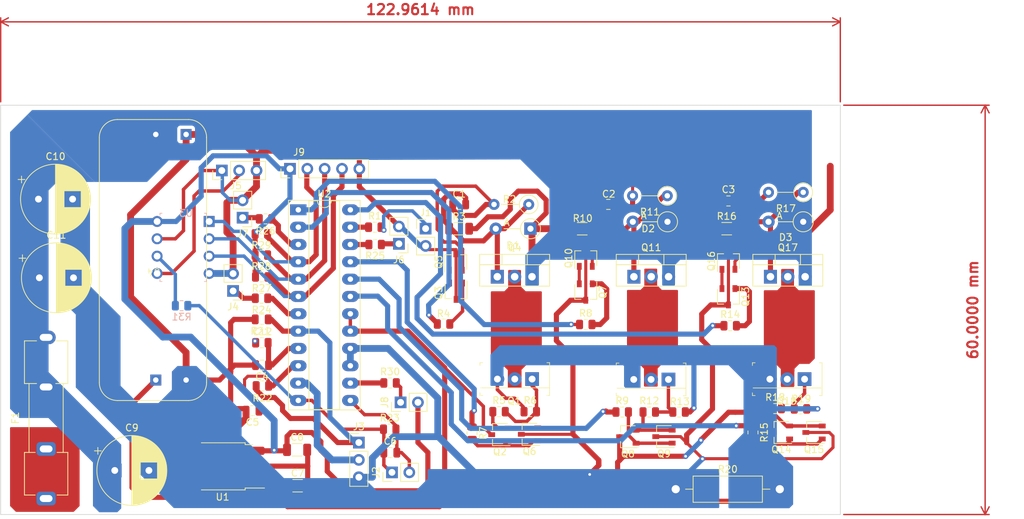
<source format=kicad_pcb>
(kicad_pcb (version 20221018) (generator pcbnew)
  (layers (0 "F.Cu" signal) (31 "B.Cu" signal) (34 "B.Paste" user) (35 "F.Paste" user) (36 "B.SilkS" user "B.Silkscreen") (37 "F.SilkS" user "F.Silkscreen") (38 "B.Mask" user) (39 "F.Mask" user) (44 "Edge.Cuts" user))
  (net 0 "")
  (net 1 "Net-(D1-A)")
  (net 2 "Net-(Q5-E)")
  (net 3 "Net-(D2-A)")
  (net 4 "Net-(Q10-E)")
  (net 5 "Net-(D3-A)")
  (net 6 "Net-(Q16-E)")
  (net 7 "/CS+")
  (net 8 "GND")
  (net 9 "Net-(U2-OSC)")
  (net 10 "Net-(J2-Pin_1)")
  (net 11 "Net-(J2-Pin_2)")
  (net 12 "+12V")
  (net 13 "+5V")
  (net 14 "/VIN")
  (net 15 "/Vref")
  (net 16 "/V_SUPLY")
  (net 17 "Net-(J1-Pin_1)")
  (net 18 "Net-(J3-Pin_2)")
  (net 19 "Net-(J4-Pin_1)")
  (net 20 "Net-(J5-Pin_1)")
  (net 21 "Net-(J5-Pin_2)")
  (net 22 "Net-(J6-Pin_1)")
  (net 23 "Net-(J7-Pin_1)")
  (net 24 "Net-(J8-Pin_1)")
  (net 25 "/hall_a")
  (net 26 "/hall_b")
  (net 27 "/hall_c")
  (net 28 "Net-(Q1-G)")
  (net 29 "/PHASE_A")
  (net 30 "Net-(Q1-S)")
  (net 31 "Net-(Q2-B)")
  (net 32 "Net-(Q2-E)")
  (net 33 "Net-(Q3-B)")
  (net 34 "Net-(Q3-E)")
  (net 35 "Net-(Q7-B)")
  (net 36 "Net-(Q10-B)")
  (net 37 "Net-(Q8-B)")
  (net 38 "Net-(Q8-E)")
  (net 39 "/PHASE_B")
  (net 40 "Net-(Q12-G)")
  (net 41 "Net-(Q13-B)")
  (net 42 "Net-(Q13-E)")
  (net 43 "Net-(Q14-B)")
  (net 44 "Net-(Q14-E)")
  (net 45 "/PHASE_C")
  (net 46 "Net-(Q18-G)")
  (net 47 "Net-(U2-Brake)")
  (net 48 "/At")
  (net 49 "/Ab")
  (net 50 "/Bt")
  (net 51 "/Bb")
  (net 52 "/Ct")
  (net 53 "/Cb")
  (net 54 "Net-(U2-Enable)")
  (net 55 "Net-(U2-60{slash}120)")
  (net 56 "Net-(U2-F{slash}R)")
  (net 57 "Net-(U2-F_O)")
  (net 58 "Net-(U3-PB1)")
  (footprint "Package_DIP:DIP-24_W7.62mm_Socket_LongPads" (layer "F.Cu") (at 123.4948 72.2326)
    (fp_text reference "U2")
    (fp_text value "~")
  )
  (footprint "Package_TO_SOT_THT:TO-220-3_Vertical" (layer "F.Cu") (at 192.6388 82.0404)
    (fp_text reference "Q17")
    (fp_text value "IRF4905")
  )
  (footprint "Package_TO_SOT_SMD:SOT-23W" (layer "F.Cu") (at 199.0192 104.8679 180)
    (fp_text reference "Q15")
    (fp_text value "PNP")
  )
  (footprint "Resistor_SMD:R_0805_2012Metric" (layer "F.Cu") (at 174.8892 101.8726)
    (fp_text reference "R12")
    (fp_text value "1k")
  )
  (footprint "Resistor_THT:R_Axial_DIN0207_L6.3mm_D2.5mm_P5.08mm_Vertical" (layer "F.Cu") (at 157.2398 71.4434 180)
    (fp_text reference "R2")
    (fp_text value "1k")
  )
  (footprint "Connector_PinHeader_2.54mm:PinHeader_1x03_P2.54mm_Vertical" (layer "F.Cu") (at 132.3594 106.3498)
    (fp_text reference "J3")
    (fp_text value "Speed")
  )
  (footprint "Package_TO_SOT_SMD:SOT-23W" (layer "F.Cu") (at 186.4868 79.7554 90)
    (fp_text reference "Q16")
    (fp_text value "PNP")
  )
  (footprint "Package_TO_SOT_THT:TO-220-3_Vertical" (layer "F.Cu") (at 172.6388 82.0404)
    (fp_text reference "Q11")
    (fp_text value "IRF4905")
  )
  (footprint "Library:DC-DC" (layer "F.Cu") (at 102.330086 80.826994 180)
    (fp_text reference "U4")
    (fp_text value "~")
  )
  (footprint "Package_TO_SOT_SMD:SOT-23W" (layer "F.Cu") (at 171.7588 105.4946 180)
    (fp_text reference "Q8")
    (fp_text value "NPN")
  )
  (footprint "Resistor_SMD:R_0805_2012Metric" (layer "F.Cu") (at 179.258 101.8726 180)
    (fp_text reference "R13")
    (fp_text value "1k")
  )
  (footprint "Connector_PinHeader_2.54mm:PinHeader_1x02_P2.54mm_Vertical" (layer "F.Cu") (at 138.2268 77.216 180)
    (fp_text reference "J6")
    (fp_text value "60/120")
  )
  (footprint "Capacitor_THT:CP_Radial_D10.0mm_P5.00mm" (layer "F.Cu") (at 85.5726 82.1944)
    (fp_text reference "C11")
    (fp_text value "50v100uF")
  )
  (footprint "Resistor_SMD:R_0805_2012Metric" (layer "F.Cu") (at 152.8928 101.8218)
    (fp_text reference "R5")
    (fp_text value "1k")
  )
  (footprint "Diode_THT:D_A-405_P5.08mm_Vertical_AnodeUp" (layer "F.Cu") (at 157.4938 74.9994 180)
    (fp_text reference "D1")
    (fp_text value "D_Zener")
  )
  (footprint "Package_TO_SOT_SMD:SOT-23W" (layer "F.Cu") (at 157.3508 105.139 180)
    (fp_text reference "Q6")
    (fp_text value "PNP")
  )
  (footprint "Resistor_SMD:R_0805_2012Metric" (layer "F.Cu") (at 134.747 77.3176 180)
    (fp_text reference "R25")
    (fp_text value "1k")
  )
  (footprint "Connector_PinHeader_2.54mm:PinHeader_1x02_P2.54mm_Vertical" (layer "F.Cu") (at 115.3414 73.3806 180)
    (fp_text reference "J7")
    (fp_text value "F/R")
  )
  (footprint "digikey-footprints:TO-220-3" (layer "F.Cu") (at 157.734 97.0404 180)
    (fp_text reference "Q1")
    (fp_text value "IRF540NPBF")
  )
  (footprint "Resistor_SMD:R_0805_2012Metric" (layer "F.Cu") (at 118.6942 73.5584)
    (fp_text reference "R26")
    (fp_text value "1k")
  )
  (footprint "Capacitor_SMD:C_1206_3216Metric" (layer "F.Cu") (at 123.3932 112.6744)
    (fp_text reference "C7")
    (fp_text value "10nF")
  )
  (footprint "Resistor_SMD:R_0805_2012Metric" (layer "F.Cu") (at 193.3296 101.3646)
    (fp_text reference "R18")
    (fp_text value "1k")
  )
  (footprint "Connector_PinHeader_2.54mm:PinHeader_1x02_P2.54mm_Vertical" (layer "F.Cu") (at 142.1384 74.9808)
    (fp_text reference "J1")
    (fp_text value "Break")
  )
  (footprint "Connector_PinHeader_2.54mm:PinHeader_1x02_P2.54mm_Vertical" (layer "F.Cu") (at 138.4758 100.457 90)
    (fp_text reference "J8")
    (fp_text value "ALARM")
  )
  (footprint "Capacitor_SMD:C_0805_2012Metric" (layer "F.Cu") (at 136.972 107.823)
    (fp_text reference "C6")
    (fp_text value "10nF")
  )
  (footprint "Resistor_SMD:R_0805_2012Metric" (layer "F.Cu") (at 118.1081 85.1916)
    (fp_text reference "R24")
    (fp_text value "1k")
  )
  (footprint "Connector_PinHeader_2.54mm:PinHeader_1x02_P2.54mm_Vertical" (layer "F.Cu") (at 137.2108 110.7186 90)
    (fp_text reference "J2")
    (fp_text value "Close Loop")
  )
  (footprint "Package_TO_SOT_SMD:TO-252-2" (layer "F.Cu") (at 112.406 109.8356 180)
    (fp_text reference "U1")
    (fp_text value "L7805")
  )
  (footprint "Resistor_SMD:R_0805_2012Metric" (layer "F.Cu") (at 144.7648 88.9694)
    (fp_text reference "R4")
    (fp_text value "1k")
  )
  (footprint "Resistor_THT:R_Axial_DIN0207_L6.3mm_D2.5mm_P5.08mm_Vertical" (layer "F.Cu") (at 197.4378 69.6654 180)
    (fp_text reference "R17")
    (fp_text value "1k")
  )
  (footprint "Resistor_SMD:R_0805_2012Metric" (layer "F.Cu") (at 136.8806 104.394)
    (fp_text reference "R23")
    (fp_text value "1k")
  )
  (footprint "Capacitor_SMD:C_0805_2012Metric" (layer "F.Cu") (at 147.0508 71.4434 180)
    (fp_text reference "C1")
    (fp_text value "C")
  )
  (footprint "Resistor_SMD:R_0805_2012Metric" (layer "F.Cu") (at 118.0808 78.867 180)
    (fp_text reference "R28")
    (fp_text value "1k")
  )
  (footprint "Connector_PinHeader_2.54mm:PinHeader_1x03_P2.54mm_Vertical" (layer "F.Cu") (at 112.2934 66.4718 90)
    (fp_text reference "J5")
    (fp_text value "I2C")
  )
  (footprint "Resistor_SMD:R_1206_3216Metric" (layer "F.Cu") (at 186.2328 74.9994)
    (fp_text reference "R16")
    (fp_text value "1k")
  )
  (footprint "Package_TO_SOT_SMD:SOT-23W" (layer "F.Cu") (at 165.5928 84.2834 -90)
    (fp_text reference "Q7")
    (fp_text value "PNP")
  )
  (footprint "Capacitor_THT:CP_Radial_D10.0mm_P5.00mm" (layer "F.Cu") (at 96.616123 110.4392)
    (fp_text reference "C9")
    (fp_text value "50v100uF")
  )
  (footprint "Resistor_THT:R_Axial_DIN0207_L6.3mm_D2.5mm_P5.08mm_Vertical" (layer "F.Cu") (at 177.5308 70.1734 180)
    (fp_text reference "R11")
    (fp_text value "1k")
  )
  (footprint "Connector_PinHeader_2.54mm:PinHeader_1x02_P2.54mm_Vertical" (layer "F.Cu") (at 113.9444 84.1248 180)
    (fp_text reference "J4")
    (fp_text value "Enable")
  )
  (footprint "Resistor_SMD:R_0805_2012Metric" (layer "F.Cu") (at 157.4648 101.8218)
    (fp_text reference "R6")
    (fp_text value "1k")
  )
  (footprint "Resistor_SMD:R_0805_2012Metric" (layer "F.Cu") (at 170.9268 101.8726)
    (fp_text reference "R9")
    (fp_text value "1k")
  )
  (footprint "Capacitor_SMD:C_0805_2012Metric" (layer "F.Cu") (at 118.1843 94.996 180)
    (fp_text reference "C4")
    (fp_text value "10nF")
  )
  (footprint "Resistor_SMD:R_0805_2012Metric" (layer "F.Cu") (at 165.5928 89.0394)
    (fp_text reference "R8")
    (fp_text value "1k")
  )
  (footprint "Resistor_SMD:R_0805_2012Metric" (layer "F.Cu") (at 118.1354 82.0674 180)
    (fp_text reference "R27")
    (fp_text value "1k")
  )
  (footprint "Capacitor_SMD:C_0805_2012Metric" (layer "F.Cu") (at 186.4868 70.9354)
    (fp_text reference "C3")
    (fp_text value "C")
  )
  (footprint "Package_TO_SOT_SMD:SOT-23W" (layer "F.Cu") (at 194.244 104.8679 180)
    (fp_text reference "Q14")
    (fp_text value "NPN")
  )
  (footprint "Resistor_SMD:R_1206_3216Metric" (layer "F.Cu") (at 147.0508 74.9994 180)
    (fp_text reference "R3")
    (fp_text value "1k")
  )
  (footprint "Fuse:Fuseholder_Clip-5x20mm_Keystone_3512_Inline_P23.62x7.27mm_D1.02x1.57mm_Horizontal" (layer "F.Cu") (at 86.5632 114.552 90)
    (fp_text reference "F1")
    (fp_text value "Fuse")
  )
  (footprint "Package_TO_SOT_SMD:SOT-23W" (layer "F.Cu") (at 146.558 79.883 90)
    (fp_text reference "Q5")
    (fp_text value "PNP")
  )
  (footprint "Package_TO_SOT_THT:TO-220-3_Vertical" (layer "F.Cu") (at 152.6388 82.0404)
    (fp_text reference "Q4")
    (fp_text value "IRF4905")
  )
  (footprint "Diode_THT:D_A-405_P5.08mm_Vertical_AnodeUp" (layer "F.Cu") (at 177.5598 73.9834 180)
    (fp_text reference "D2")
    (fp_text value "D_Zener")
  )
  (footprint "Capacitor_SMD:C_1206_3216Metric" (layer "F.Cu") (at 123.317 107.4166)
    (fp_text reference "C8")
    (fp_text value "10nF")
  )
  (footprint "Resistor_SMD:R_0805_2012Metric" (layer "F.Cu") (at 118.0808 75.7682 180)
    (fp_text reference "R29")
    (fp_text value "1k")
  )
  (footprint "digikey-footprints:TO-220-3" (layer "F.Cu") (at 197.6374 97.0534 180)
    (fp_text reference "Q18")
    (fp_text value "IRF540NPBF")
  )
  (footprint "Resistor_SMD:R_0805_2012Metric" (layer "F.Cu") (at 148.9304 104.9714 -90)
    (fp_text reference "R7")
    (fp_text value "1k")
  )
  (footprint "Package_TO_SOT_SMD:SOT-23W" (layer "F.Cu") (at 186.4868 84.9754 -90)
    (fp_text reference "Q13")
    (fp_text value "PNP")
  )
  (footprint "Resistor_SMD:R_0805_2012Metric" (layer "F.Cu") (at 118.2351 98.044)
    (fp_text reference "R22")
    (fp_text value "100R")
  )
  (footprint "Connector_PinHeader_2.54mm:PinHeader_1x05_P2.54mm_Vertical" (layer "F.Cu") (at 122.2756 66.2178 90)
    (fp_text reference "J9")
    (fp_text value "Hall input")
  )
  (footprint "Resistor_SMD:R_0805_2012Metric" (layer "F.Cu") (at 186.7408 89.2234)
    (fp_text reference "R14")
    (fp_text value "1k")
  )
  (footprint "Capacitor_THT:CP_Radial_D10.0mm_P5.00mm" (layer "F.Cu") (at 85.440123 70.6628)
    (fp_text reference "C10")
    (fp_text value "50v100uF")
  )
  (footprint "Resistor_THT:R_Axial_DIN0411_L9.9mm_D3.6mm_P15.24mm_Horizontal" (layer "F.Cu") (at 178.7652 113.1824)
    (fp_text reference "R20")
    (fp_text value "0.01R")
  )
  (footprint "Resistor_SMD:R_0805_2012Metric" (layer "F.Cu") (at 136.9314 97.6122)
    (fp_text reference "R30")
    (fp_text value "10k")
  )
  (footprint "Resistor_SMD:R_0805_2012Metric" (layer "F.Cu") (at 134.6962 74.7776)
    (fp_text reference "R1")
    (fp_text value "1k")
  )
  (footprint "Resistor_SMD:R_0805_2012Metric" (layer "F.Cu") (at 190.0784 104.8679 -90)
    (fp_text reference "R15")
    (fp_text value "1k")
  )
  (footprint "Resistor_SMD:R_0805_2012Metric" (layer "F.Cu") (at 197.038 101.4154 180)
    (fp_text reference "R19")
    (fp_text value "1k")
  )
  (footprint "Package_TO_SOT_SMD:SOT-23W" (layer "F.Cu") (at 153.0136 105.1898 180)
    (fp_text reference "Q2")
    (fp_text value "NPN")
  )
  (footprint "Diode_THT:D_A-405_P5.08mm_Vertical_AnodeUp" (layer "F.Cu") (at 197.4378 73.9834 180)
    (fp_text reference "D3")
    (fp_text value "D_Zener")
  )
  (footprint "Capacitor_SMD:C_0805_2012Metric" (layer "F.Cu") (at 118.1335 88.2904)
    (fp_text reference "C12")
    (fp_text value "10nF")
  )
  (footprint "Capacitor_SMD:C_0805_2012Metric" (layer "F.Cu") (at 168.8948 71.4434 180)
    (fp_text reference "C2")
    (fp_text value "C")
  )
  (footprint "Resistor_SMD:R_0805_2012Metric" (layer "F.Cu") (at 118.1589 91.7194 180)
    (fp_text reference "R21")
    (fp_text value "100R")
  )
  (footprint "Package_TO_SOT_SMD:SOT-23W" (layer "F.Cu") (at 146.5986 84.1632 -90)
    (fp_text reference "Q3")
    (fp_text value "PNP")
  )
  (footprint "digikey-footprints:TO-220-3" (layer "F.Cu") (at 177.6984 97.0974 180)
    (fp_text reference "Q12" hide)
    (fp_text value "IRF540NPBF")
  )
  (footprint "Package_TO_SOT_SMD:SOT-23W" (layer "F.Cu") (at 177.042 105.4794 180)
    (fp_text reference "Q9")
    (fp_text value "PNP")
  )
  (footprint "Capacitor_SMD:C_0805_2012Metric" (layer "F.Cu") (at 116.7892 101.6762 180)
    (fp_text reference "C5")
    (fp_text value "10nF")
  )
  (footprint "Resistor_SMD:R_1206_3216Metric" (layer "F.Cu") (at 165.0746 75.0062)
    (fp_text reference "R10")
    (fp_text value "1k")
  )
  (footprint "Package_TO_SOT_SMD:SOT-23W" (layer "F.Cu") (at 165.5928 79.3174 90)
    (fp_text reference "Q10")
    (fp_text value "PNP")
  )
  (footprint "Resistor_SMD:R_0805_2012Metric" (layer "B.Cu") (at 106.4006 86.2838)
    (fp_text reference "R31")
    (fp_text value "100k")
  )
  (footprint "digikey-footprints:DIP-8_W7.62mm" (layer "B.Cu") (at 110.4392 73.9394 180)
    (fp_text reference "U3")
    (fp_text value "ATTINY85-20PU")
  )
  (gr_line (start 202.87 116.896) (end 79.9084 116.896) (stroke (width 0.1)) (layer "Edge.Cuts"))
  (gr_line (start 79.9084 56.896) (end 79.9084 116.896) (stroke (width 0.1)) (layer "Edge.Cuts"))
  (gr_line (start 202.87 116.896) (end 202.87 56.896) (stroke (width 0.1)) (layer "Edge.Cuts"))
  (gr_line (start 79.9084 56.896) (end 202.8698 56.896) (stroke (width 0.1)) (layer "Edge.Cuts"))
  (dimension (type aligned) (layer "F.Cu") (pts (xy 202.8698 56.896) (xy 79.9084 56.896)) (height 12.217399) (gr_text "122,9614 mm" (at 141.3891 42.878601) (layer "F.Cu") (effects (font (size 1.5 1.5) (thickness 0.3)))) (format (prefix "") (suffix "") (units 3) (units_format 1) (precision 4)) (style (thickness 0.2) (arrow_length 1.27) (text_position_mode 0) (extension_height 0.58642) (extension_offset 0.5) keep_text_aligned))
  (dimension (type aligned) (layer "F.Cu") (pts (xy 202.87 116.896) (xy 202.87 56.896)) (height 21.2088) (gr_text "60,0000 mm" (at 222.2788 86.896 90) (layer "F.Cu") (effects (font (size 1.5 1.5) (thickness 0.3)))) (format (prefix "") (suffix "") (units 3) (units_format 1) (precision 4)) (style (thickness 0.2) (arrow_length 1.27) (text_position_mode 0) (extension_height 0.58642) (extension_offset 0.5) keep_text_aligned))
  (segment (start 145.5883 74.5699) (end 144.78 73.7616) (width 0.75) (layer "F.Cu") (net 1))
  (segment (start 144.78 73.7616) (end 144.78 70.6628) (width 0.75) (layer "F.Cu") (net 1))
  (segment (start 145.5883 74.9994) (end 145.8654 74.9994) (width 0.75) (layer "F.Cu") (net 1))
  (segment (start 147.6502 76.7842) (end 150.629 76.7842) (width 0.75) (layer "F.Cu") (net 1))
  (segment (start 152.6388 82.0404) (end 152.6388 75.2244) (width 0.75) (layer "F.Cu") (net 1))
  (segment (start 145.8654 74.9994) (end 147.6502 76.7842) (width 0.75) (layer "F.Cu") (net 1))
  (segment (start 152.4138 74.9994) (end 153.6838 74.9994) (width 0.75) (layer "F.Cu") (net 1))
  (segment (start 147.4216 69.9008) (end 148.0008 70.48) (width 0.75) (layer "F.Cu") (net 1))
  (segment (start 144.78 70.6628) (end 145.542 69.9008) (width 0.75) (layer "F.Cu") (net 1))
  (segment (start 145.542 69.9008) (end 147.4216 69.9008) (width 0.75) (layer "F.Cu") (net 1))
  (segment (start 150.629 76.7842) (end 152.4138 74.9994) (width 0.75) (layer "F.Cu") (net 1))
  (segment (start 152.6388 75.2244) (end 152.4138 74.9994) (width 0.75) (layer "F.Cu") (net 1))
  (segment (start 153.6838 74.9994) (end 157.2398 71.4434) (width 0.75) (layer "F.Cu") (net 1))
  (segment (start 145.5883 74.9994) (end 145.5883 74.5699) (width 0.75) (layer "F.Cu") (net 1))
  (segment (start 148.0008 70.48) (end 148.0008 71.4434) (width 0.75) (layer "F.Cu") (net 1))
  (segment (start 149.3774 73.0504) (end 147.0152 73.0504) (width 0.75) (layer "F.Cu") (net 2))
  (segment (start 144.272 75.5142) (end 143.8402 75.0824) (width 0.5) (layer "F.Cu") (net 2))
  (segment (start 147.5486 78.0034) (end 146.5072 76.962) (width 0.5) (layer "F.Cu") (net 2))
  (segment (start 143.8402 69.520451) (end 144.591651 68.769) (width 0.5) (layer "F.Cu") (net 2))
  (segment (start 149.4854 68.769) (end 152.1598 71.4434) (width 0.5) (layer "F.Cu") (net 2))
  (segment (start 150.9844 71.4434) (end 149.3774 73.0504) (width 0.75) (layer "F.Cu") (net 2))
  (segment (start 152.1598 71.4434) (end 150.9844 71.4434) (width 0.75) (layer "F.Cu") (net 2))
  (segment (start 144.591651 68.769) (end 149.4854 68.769) (width 0.5) (layer "F.Cu") (net 2))
  (segment (start 146.5072 76.962) (end 144.8562 76.962) (width 0.5) (layer "F.Cu") (net 2))
  (segment (start 144.8562 76.962) (end 144.272 76.3778) (width 0.5) (layer "F.Cu") (net 2))
  (segment (start 144.272 76.3778) (end 144.272 75.5142) (width 0.5) (layer "F.Cu") (net 2))
  (segment (start 147.0152 73.0504) (end 146.1008 72.136) (width 0.75) (layer "F.Cu") (net 2))
  (segment (start 143.8402 75.0824) (end 143.8402 69.520451) (width 0.5) (layer "F.Cu") (net 2))
  (segment (start 147.5486 80.4672) (end 147.5486 78.0034) (width 0.5) (layer "F.Cu") (net 2))
  (segment (start 146.1008 72.136) (end 146.1008 71.4434) (width 0.75) (layer "F.Cu") (net 2))
  (segment (start 166.5371 75.0062) (end 171.457 75.0062) (width 0.75) (layer "F.Cu") (net 3))
  (segment (start 169.8448 69.6164) (end 169.2656 69.0372) (width 0.75) (layer "F.Cu") (net 3))
  (segment (start 172.6388 82.0404) (end 172.6388 74.1424) (width 0.75) (layer "F.Cu") (net 3))
  (segment (start 172.6388 74.1424) (end 172.4798 73.9834) (width 0.75) (layer "F.Cu") (net 3))
  (segment (start 173.2348 73.9834) (end 172.4798 73.9834) (width 0.75) (layer "F.Cu") (net 3))
  (segment (start 165.9128 72.263) (end 166.5371 72.8873) (width 0.75) (layer "F.Cu") (net 3))
  (segment (start 166.624 69.0372) (end 165.9128 69.7484) (width 0.75) (layer "F.Cu") (net 3))
  (segment (start 177.5308 70.1734) (end 177.0448 70.1734) (width 0.75) (layer "F.Cu") (net 3))
  (segment (start 171.457 75.0062) (end 172.4798 73.9834) (width 0.75) (layer "F.Cu") (net 3))
  (segment (start 166.5371 72.8873) (end 166.5371 75.0062) (width 0.75) (layer "F.Cu") (net 3))
  (segment (start 165.9128 69.7484) (end 165.9128 72.263) (width 0.75) (layer "F.Cu") (net 3))
  (segment (start 169.8448 71.4434) (end 169.8448 69.6164) (width 0.75) (layer "F.Cu") (net 3))
  (segment (start 169.2656 69.0372) (end 166.624 69.0372) (width 0.75) (layer "F.Cu") (net 3))
  (segment (start 177.0448 70.1734) (end 173.2348 73.9834) (width 0.75) (layer "F.Cu") (net 3))
  (segment (start 172.4508 70.1734) (end 172.4508 71.4908) (width 0.75) (layer "F.Cu") (net 4))
  (segment (start 166.7764 77.1652) (end 166.3954 76.7842) (width 0.45) (layer "F.Cu") (net 4))
  (segment (start 172.4508 68.3616) (end 172.4508 70.1734) (width 0.45) (layer "F.Cu") (net 4))
  (segment (start 165.3794 76.7842) (end 164.9222 76.327) (width 0.45) (layer "F.Cu") (net 4))
  (segment (start 166.3954 76.7842) (end 165.3794 76.7842) (width 0.45) (layer "F.Cu") (net 4))
  (segment (start 172.4508 71.4908) (end 170.815 73.1266) (width 0.75) (layer "F.Cu") (net 4))
  (segment (start 166.5428 79.4816) (end 166.7764 79.248) (width 0.45) (layer "F.Cu") (net 4))
  (segment (start 164.9222 76.327) (end 164.9222 68.6816) (width 0.45) (layer "F.Cu") (net 4))
  (segment (start 168.7068 73.1266) (end 167.9448 72.3646) (width 0.75) (layer "F.Cu") (net 4))
  (segment (start 167.9448 72.3646) (end 167.9448 71.4434) (width 0.75) (layer "F.Cu") (net 4))
  (segment (start 166.5428 80.5174) (end 166.5428 79.4816) (width 0.45) (layer "F.Cu") (net 4))
  (segment (start 166.7764 79.248) (end 166.7764 77.1652) (width 0.45) (layer "F.Cu") (net 4))
  (segment (start 171.704 67.6148) (end 172.4508 68.3616) (width 0.45) (layer "F.Cu") (net 4))
  (segment (start 165.989 67.6148) (end 171.704 67.6148) (width 0.45) (layer "F.Cu") (net 4))
  (segment (start 170.815 73.1266) (end 168.7068 73.1266) (width 0.75) (layer "F.Cu") (net 4))
  (segment (start 164.9222 68.6816) (end 165.989 67.6148) (width 0.45) (layer "F.Cu") (net 4))
  (segment (start 187.6953 74.9994) (end 187.6953 73.0939) (width 0.75) (layer "F.Cu") (net 5))
  (segment (start 196.6758 69.6654) (end 192.3578 73.9834) (width 0.75) (layer "F.Cu") (net 5))
  (segment (start 192.6388 82.0404) (end 192.6388 74.2644) (width 0.75) (layer "F.Cu") (net 5))
  (segment (start 197.4378 69.6654) (end 196.6758 69.6654) (width 0.75) (layer "F.Cu") (net 5))
  (segment (start 192.6388 74.2644) (end 192.3578 73.9834) (width 0.75) (layer "F.Cu") (net 5))
  (segment (start 187.6953 73.0939) (end 185.5368 70.9354) (width 0.75) (layer "F.Cu") (net 5))
  (segment (start 192.3578 73.9834) (end 188.7113 73.9834) (width 0.75) (layer "F.Cu") (net 5))
  (segment (start 188.7113 73.9834) (end 187.6953 74.9994) (width 0.75) (layer "F.Cu") (net 5))
  (segment (start 186.3598 74.0664) (end 183.9976 71.7042) (width 0.45) (layer "F.Cu") (net 6))
  (segment (start 188.3918 77.597) (end 187.8076 77.0128) (width 0.45) (layer "F.Cu") (net 6))
  (segment (start 183.9976 71.7042) (end 183.9976 69.9008) (width 0.45) (layer "F.Cu") (net 6))
  (segment (start 187.4368 70.9354) (end 191.0878 70.9354) (width 0.75) (layer "F.Cu") (net 6))
  (segment (start 186.7662 69.3674) (end 187.4368 70.038) (width 0.45) (layer "F.Cu") (net 6))
  (segment (start 184.531 69.3674) (end 186.7662 69.3674) (width 0.45) (layer "F.Cu") (net 6))
  (segment (start 186.7662 77.0128) (end 186.3598 76.6064) (width 0.45) (layer "F.Cu") (net 6))
  (segment (start 186.3598 76.6064) (end 186.3598 74.0664) (width 0.45) (layer "F.Cu") (net 6))
  (segment (start 187.4368 70.038) (end 187.4368 70.9354) (width 0.45) (layer "F.Cu") (net 6))
  (segment (start 191.0878 70.9354) (end 192.3578 69.6654) (width 0.75) (layer "F.Cu") (net 6))
  (segment (start 187.4368 79.7966) (end 188.3918 78.8416) (width 0.45) (layer "F.Cu") (net 6))
  (segment (start 188.3918 78.8416) (end 188.3918 77.597) (width 0.45) (layer "F.Cu") (net 6))
  (segment (start 187.8076 77.0128) (end 186.7662 77.0128) (width 0.45) (layer "F.Cu") (net 6))
  (segment (start 183.9976 69.9008) (end 184.531 69.3674) (width 0.45) (layer "F.Cu") (net 6))
  (segment (start 187.4368 80.9554) (end 187.4368 79.7966) (width 0.45) (layer "F.Cu") (net 6))
  (segment (start 119.1343 94.996) (end 119.1343 91.7823) (width 0.75) (layer "F.Cu") (net 7))
  (segment (start 122.1028 92.5526) (end 123.4948 92.5526) (width 0.75) (layer "F.Cu") (net 7))
  (segment (start 119.1343 94.996) (end 119.6594 94.996) (width 0.75) (layer "F.Cu") (net 7))
  (segment (start 119.1343 91.7823) (end 119.0714 91.7194) (width 0.75) (layer "F.Cu") (net 7))
  (segment (start 119.6594 94.996) (end 122.1028 92.5526) (width 0.75) (layer "F.Cu") (net 7))
  (segment (start 115.5344 101.3714) (end 115.8392 101.6762) (width 0.75) (layer "F.Cu") (net 8))
  (segment (start 132.4356 68.8594) (end 132.4356 66.2178) (width 0.75) (layer "F.Cu") (net 8))
  (segment (start 182.5752 87.503) (end 183.9028 86.1754) (width 0.75) (layer "F.Cu") (net 8))
  (segment (start 113.5888 88.773) (end 114.0714 88.2904) (width 0.75) (layer "F.Cu") (net 8))
  (segment (start 184.15 101.4222) (end 184.15 92.837) (width 0.75) (layer "F.Cu") (net 8))
  (segment (start 201.803 105.4017) (end 201.803 107.061) (width 0.45) (layer "F.Cu") (net 8))
  (segment (start 113.3602 70.8406) (end 113.03 71.1708) (width 0.5) (layer "F.Cu") (net 8))
  (segment (start 175.842 105.4794) (end 179.4696 105.4794) (width 0.45) (layer "F.Cu") (net 8))
  (segment (start 115.0112 62.0014) (end 114.8588 62.1538) (width 0.5) (layer "F.Cu") (net 8))
  (segment (start 112.821 105.8101) (end 115.8392 102.7919) (width 1) (layer "F.Cu") (net 8))
  (segment (start 197.8192 104.8679) (end 201.2692 104.8679) (width 0.45) (layer "F.Cu") (net 8))
  (segment (start 132.08 63.627) (end 118.11 63.627) (width 0.75) (layer "F.Cu") (net 8))
  (segment (start 111.146 109.8356) (end 102.219723 109.8356) (width 1) (layer "F.Cu") (net 8))
  (segment (start 180.3654 106.3752) (end 180.3654 105.2068) (width 0.75) (layer "F.Cu") (net 8))
  (segment (start 115.1636 62.1538) (end 117.3734 64.3636) (width 1) (layer "F.Cu") (net 8))
  (segment (start 182.7276 108.7374) (end 182.7022 108.712) (width 0.45) (layer "F.Cu") (net 8))
  (segment (start 115.443 70.8406) (end 115.3414 70.8406) (width 1) (layer "F.Cu") (net 8))
  (segment (start 132.4356 63.9826) (end 132.08 63.627) (width 0.75) (layer "F.Cu") (net 8))
  (segment (start 111.1774 109.8042) (end 111.146 109.8356) (width 0.75) (layer "F.Cu") (net 8))
  (segment (start 115.8392 102.7919) (end 115.8392 101.6762) (width 1) (layer "F.Cu") (net 8))
  (segment (start 146.5986 78.0672) (end 146.5986 85.3632) (width 0.45) (layer "F.Cu") (net 8))
  (segment (start 161.29 91.4146) (end 161.29 87.5538) (width 0.75) (layer "F.Cu") (net 8))
  (segment (start 112.821 108.3106) (end 112.821 105.8101) (width 1) (layer "F.Cu") (net 8))
  (segment (start 167.4622 108.8898) (end 167.4622 109.728) (width 0.75) (layer "F.Cu") (net 8))
  (segment (start 179.4696 105.4794) (end 180.3654 106.3752) (width 0.45) (layer "F.Cu") (net 8))
  (segment (start 180.3654 105.2068) (end 184.15 101.4222) (width 0.75) (layer "F.Cu") (net 8))
  (segment (start 146.5986 78.0672) (end 142.6848 78.0672) (width 0.45) (layer "F.Cu") (net 8))
  (segment (start 115.3414 70.8406) (end 113.3602 70.8406) (width 1) (layer "F.Cu") (net 8))
  (segment (start 98.933 85.0138) (end 98.933 72.9742) (width 1) (layer "F.Cu") (net 8))
  (segment (start 201.2692 104.8679) (end 201.803 105.4017) (width 0.45) (layer "F.Cu") (net 8))
  (segment (start 113.9952 101.3714) (end 115.5344 101.3714) (width 0.75) (layer "F.Cu") (net 8))
  (segment (start 132.4356 66.2178) (end 132.4356 63.9826) (width 0.75) (layer "F.Cu") (net 8))
  (segment (start 163.7114 105.139) (end 163.7114 93.836) (width 0.75) (layer "F.Cu") (net 8))
  (segment (start 113.03 71.1708) (end 113.03 75.5142) (width 1) (layer "F.Cu") (net 8))
  (segment (start 118.11 63.627) (end 117.3734 64.3636) (width 0.75) (layer "F.Cu") (net 8))
  (segment (start 138.2268 74.676) (end 138.2268 74.6506) (width 0.75) (layer "F.Cu") (net 8))
  (segment (start 201.803 107.061) (end 200.152 108.712) (width 0.45) (layer "F.Cu") (net 8))
  (segment (start 114.191622 61.181822) (end 107.064086 61.181822) (width 1) (layer "F.Cu") (net 8))
  (segment (start 115.0112 62.0014) (end 114.191622 61.181822) (width 1) (layer "F.Cu") (net 8))
  (segment (start 138.2268 74.6506) (end 132.4356 68.8594) (width 0.75) (layer "F.Cu") (net 8))
  (segment (start 113.5888 100.965) (end 113.9952 101.3714) (width 0.75) (layer "F.Cu") (net 8))
  (segment (start 117.3734 68.8086) (end 115.3414 70.8406) (width 1) (layer "F.Cu") (net 8))
  (segment (start 113.5888 95.5548) (end 113.5888 95.9358) (width 0.75) (layer "F.Cu") (net 8))
  (segment (start 107.064086 97.181822) (end 107.064086 93.144886) (width 1) (layer "F.Cu") (net 8))
  (segment (start 167.513 109.6772) (end 167.513 108.9406) (width 0.75) (layer "F.Cu") (net 8))
  (segment (start 166.1668 111.0234) (end 167.513 109.6772) (width 0.75) (layer "F.Cu") (net 8))
  (segment (start 200.152 108.712) (end 182.7022 108.712) (width 0.45) (layer "F.Cu") (net 8))
  (segment (start 165.5928 85.4834) (end 165.5928 78.1174) (width 0.45) (layer "F.Cu") (net 8))
  (segment (start 163.7114 93.836) (end 161.29 91.4146) (width 0.75) (layer "F.Cu") (net 8))
  (segment (start 186.4868 78.5554) (end 186.4868 86.1754) (width 0.45) (layer "F.Cu") (net 8))
  (segment (start 117.2343 94.996) (end 114.1476 94.996) (width 0.75) (layer "F.Cu") (net 8))
  (segment (start 161.29 87.5538) (end 163.3604 85.4834) (width 0.75) (layer "F.Cu") (net 8))
  (segment (start 184.15 92.837) (end 182.5752 91.2622) (width 0.75) (layer "F.Cu") (net 8))
  (segment (start 114.0714 88.2904) (end 117.1835 88.2904) (width 0.75) (layer "F.Cu") (net 8))
  (segment (start 113.03 75.5142) (end 113.9444 76.4286) (width 1) (layer "F.Cu") (net 8))
  (segment (start 180.3654 106.3752) (end 182.6768 108.6866) (width 0.45) (layer "F.Cu") (net 8))
  (segment (start 124.8682 112.6744) (end 124.8682 109.8042) (width 0.75) (layer "F.Cu") (net 8))
  (segment (start 124.8682 107.4928) (end 124.792 107.4166) (width 0.75) (layer "F.Cu") (net 8))
  (segment (start 182.6768 108.6866) (end 182.6768 108.7374) (width 0.45) (layer "F.Cu") (net 8))
  (segment (start 182.5752 91.2622) (end 182.5752 87.503) (width 0.75) (layer "F.Cu") (net 8))
  (segment (start 107.064086 93.144886) (end 98.933 85.0138) (width 1) (layer "F.Cu") (net 8))
  (segment (start 142.6848 78.0672) (end 142.1384 77.5208) (width 0.45) (layer "F.Cu") (net 8))
  (segment (start 163.3604 85.4834) (end 165.5928 85.4834) (width 0.75) (layer "F.Cu") (net 8))
  (segment (start 124.8682 109.8042) (end 124.8682 107.4928) (width 0.75) (layer "F.Cu") (net 8))
  (segment (start 107.064086 97.181822) (end 111.961778 97.181822) (width 0.75) (layer "F.Cu") (net 8))
  (segment (start 102.219723 109.8356) (end 101.616123 110.4392) (width 1) (layer "F.Cu") (net 8))
  (segment (start 156.1508 105.139) (end 163.7114 105.139) (width 0.45) (layer "F.Cu") (net 8))
  (segment (start 117.3734 66.4718) (end 117.3734 68.8086) (width 1) (layer "F.Cu") (net 8))
  (segment (start 163.7114 105.139) (end 167.4622 108.8898) (width 0.75) (layer "F.Cu") (net 8))
  (segment (start 113.5888 95.9358) (end 113.5888 100.965) (width 0.75) (layer "F.Cu") (net 8))
  (segment (start 107.064086 64.843114) (end 107.064086 61.181822) (width 1) (layer "F.Cu") (net 8))
  (segment (start 98.933 72.9742) (end 107.064086 64.843114) (width 1) (layer "F.Cu") (net 8))
  (segment (start 183.9028 86.1754) (end 186.4868 86.1754) (width 0.75) (layer "F.Cu") (net 8))
  (segment (start 111.961778 97.181822) (end 114.1476 94.996) (width 0.75) (layer "F.Cu") (net 8))
  (segment (start 125.0968 112.4458) (end 124.8682 112.6744) (width 0.75) (layer "F.Cu") (net 8))
  (segment (start 117.3734 64.3636) (end 117.3734 66.4718) (width 1) (layer "F.Cu") (net 8))
  (segment (start 182.6768 108.7374) (end 182.7276 108.7374) (width 0.45) (layer "F.Cu") (net 8))
  (segment (start 167.4622 109.728) (end 166.1668 111.0234) (width 0.75) (layer "F.Cu") (net 8))
  (segment (start 124.8682 109.8042) (end 111.1774 109.8042) (width 0.75) (layer "F.Cu") (net 8))
  (segment (start 90.440123 82.061923) (end 90.5726 82.1944) (width 1) (layer "F.Cu") (net 8))
  (segment (start 114.1476 94.996) (end 113.5888 95.5548) (width 0.75) (layer "F.Cu") (net 8))
  (segment (start 113.9444 76.4286) (end 113.9444 81.5848) (width 1) (layer "F.Cu") (net 8))
  (segment (start 113.5888 95.9358) (end 113.5888 88.773) (width 0.75) (layer "F.Cu") (net 8))
  (via (at 166.1668 111.0234) (size 0.8) (drill 0.4) (layers "F.Cu" "B.Cu") (net 8))
  (via (at 182.6768 108.7374) (size 0.8) (drill 0.4) (layers "F.Cu" "B.Cu") (net 8))
  (segment (start 136.647 92.5526) (end 131.1148 92.5526) (width 1) (layer "B.Cu") (net 8))
  (segment (start 132.3594 111.4298) (end 134.3152 111.4298) (width 1) (layer "B.Cu") (net 8))
  (segment (start 143.9164 105.3846) (end 143.9164 99.822) (width 1) (layer "B.Cu") (net 8))
  (segment (start 134.3152 111.4298) (end 134.3406 111.4044) (width 1) (layer "B.Cu") (net 8))
  (segment (start 115.3414 70.8406) (end 113.5126 70.8406) (width 0.5) (layer "B.Cu") (net 8))
  (segment (start 182.6768 108.7374) (end 180.4416 110.9726) (width 0.75) (layer "B.Cu") (net 8))
  (segment (start 144.018 105.4862) (end 151.7142 113.1824) (width 1) (layer "B.Cu") (net 8))
  (segment (start 180.4416 110.9726) (end 180.4162 110.9726) (width 0.75) (layer "B.Cu") (net 8))
  (segment (start 141.351 77.5208) (end 142.1384 77.5208) (width 0.75) (layer "B.Cu") (net 8))
  (segment (start 134.3406 108.6104) (end 137.4648 105.4862) (width 1) (layer "B.Cu") (net 8))
  (segment (start 143.9164 99.822) (end 136.647 92.5526) (width 1) (layer "B.Cu") (net 8))
  (segment (start 178.7652 113.1824) (end 153.0096 113.1824) (width 1) (layer "B.Cu") (net 8))
  (segment (start 113.919 81.5594) (end 113.9444 81.5848) (width 1) (layer "B.Cu") (net 8))
  (segment (start 131.1148 92.5526) (end 131.1148 95.0926) (width 1) (layer "B.Cu") (net 8))
  (segment (start 153.0096 113.1824) (end 151.7142 113.1824) (width 1) (layer "B.Cu") (net 8))
  (segment (start 112.3696 69.6976) (end 112.3696 66.2686) (width 0.5) (layer "B.Cu") (net 8))
  (segment (start 138.5062 74.676) (end 141.351 77.5208) (width 0.75) (layer "B.Cu") (net 8))
  (segment (start 151.7142 113.1824) (end 143.9164 105.3846) (width 1) (layer "B.Cu") (net 8))
  (segment (start 137.4648 105.4862) (end 144.018 105.4862) (width 1) (layer "B.Cu") (net 8))
  (segment (start 138.2268 74.676) (end 138.5062 74.676) (width 0.75) (layer "B.Cu") (net 8))
  (segment (start 110.4392 81.5594) (end 113.919 81.5594) (width 1) (layer "B.Cu") (net 8))
  (segment (start 113.5126 70.8406) (end 112.3696 69.6976) (width 0.5) (layer "B.Cu") (net 8))
  (segment (start 134.3406 111.4044) (end 134.3406 108.6104) (width 1) (layer "B.Cu") (net 8))
  (segment (start 115.6208 98.9076) (end 115.6208 97.1042) (width 0.45) (layer "F.Cu") (net 9))
  (segment (start 117.7392 101.026) (end 115.6208 98.9076) (width 0.45) (layer "F.Cu") (net 9))
  (segment (start 118.4656 96.6216) (end 119.1476 97.3036) (width 0.45) (layer "F.Cu") (net 9))
  (segment (start 122.7124 95.0926) (end 123.4948 95.0926) (width 0.75) (layer "F.Cu") (net 9))
  (segment (start 117.7392 101.6762) (end 117.7392 101.026) (width 0.45) (layer "F.Cu") (net 9))
  (segment (start 115.6208 97.1042) (end 116.1034 96.6216) (width 0.45) (layer "F.Cu") (net 9))
  (segment (start 119.761 98.044) (end 122.7124 95.0926) (width 0.75) (layer "F.Cu") (net 9))
  (segment (start 116.1034 96.6216) (end 118.4656 96.6216) (width 0.45) (layer "F.Cu") (net 9))
  (segment (start 119.1476 97.3036) (end 119.1476 98.044) (width 0.45) (layer "F.Cu") (net 9))
  (segment (start 119.1476 98.044) (end 119.761 98.044) (width 0.75) (layer "F.Cu") (net 9))
  (segment (start 125.471 100.1726) (end 123.4948 100.1726) (width 0.5) (layer "F.Cu") (net 10))
  (segment (start 137.0838 110.7186) (end 136.022 109.6568) (width 0.5) (layer "F.Cu") (net 10))
  (segment (start 136.022 104.4479) (end 135.9681 104.394) (width 0.5) (layer "F.Cu") (net 10))
  (segment (start 129.6924 104.394) (end 125.471 100.1726) (width 0.5) (layer "F.Cu") (net 10))
  (segment (start 136.022 107.823) (end 136.022 104.4479) (width 0.5) (layer "F.Cu") (net 10))
  (segment (start 137.2108 110.7186) (end 137.0838 110.7186) (width 0.5) (layer "F.Cu") (net 10))
  (segment (start 136.022 109.6568) (end 136.022 107.823) (width 0.5) (layer "F.Cu") (net 10))
  (segment (start 135.9681 104.394) (end 129.6924 104.394) (width 0.5) (layer "F.Cu") (net 10))
  (segment (start 108.9914 86.2838) (end 122.8802 100.1726) (width 0.5) (layer "B.Cu") (net 10))
  (segment (start 122.8802 100.1726) (end 123.4948 100.1726) (width 0.5) (layer "B.Cu") (net 10))
  (segment (start 107.3131 86.2838) (end 108.9914 86.2838) (width 0.5) (layer "B.Cu") (net 10))
  (segment (start 137.7931 104.394) (end 137.7931 103.8841) (width 0.5) (layer "F.Cu") (net 11))
  (segment (start 136.1694 102.2604) (end 133.2026 102.2604) (width 0.5) (layer "F.Cu") (net 11))
  (segment (start 139.7508 108.966) (end 138.6078 107.823) (width 0.5) (layer "F.Cu") (net 11))
  (segment (start 137.922 104.013) (end 137.6807 103.7717) (width 0.5) (layer "F.Cu") (net 11))
  (segment (start 137.6807 103.7717) (end 136.1694 102.2604) (width 0.5) (layer "F.Cu") (net 11))
  (segment (start 137.922 107.823) (end 137.922 104.013) (width 0.5) (layer "F.Cu") (net 11))
  (segment (start 138.6078 107.823) (end 137.922 107.823) (width 0.5) (layer "F.Cu") (net 11))
  (segment (start 139.7508 110.7186) (end 139.7508 108.966) (width 0.5) (layer "F.Cu") (net 11))
  (segment (start 137.7931 103.8841) (end 137.6807 103.7717) (width 0.5) (layer "F.Cu") (net 11))
  (segment (start 133.2026 102.2604) (end 131.1148 100.1726) (width 0.5) (layer "F.Cu") (net 11))
  (segment (start 182.499 105.918) (end 182.4482 105.9688) (width 0.75) (layer "F.Cu") (net 12))
  (segment (start 122.9106 114.5286) (end 143.3068 114.5286) (width 0.75) (layer "F.Cu") (net 12))
  (segment (start 99.1362 100.66748) (end 102.621858 97.181822) (width 0.75) (layer "F.Cu") (net 12))
  (segment (start 170.2562 109.2454) (end 170.5588 108.9428) (width 0.75) (layer "F.Cu") (net 12))
  (segment (start 180.213 108.3564) (end 171.1452 108.3564) (width 0.75) (layer "F.Cu") (net 12))
  (segment (start 151.8136 105.1898) (end 151.748 105.1898) (width 0.5) (layer "F.Cu") (net 12))
  (segment (start 117.446 112.1156) (end 117.446 112.6272) (width 0.75) (layer "F.Cu") (net 12))
  (segment (start 121.3594 112.1156) (end 121.9182 112.6744) (width 0.75) (layer "F.Cu") (net 12))
  (segment (start 131.1148 87.4726) (end 131.1148 90.0126) (width 0.5) (layer "F.Cu") (net 12))
  (segment (start 150.5966 101.0412) (end 139.568 90.0126) (width 0.5) (layer "F.Cu") (net 12))
  (segment (start 169.6974 112.268) (end 170.2562 111.7092) (width 0.75) (layer "F.Cu") (net 12))
  (segment (start 144.9324 95.377) (end 139.568 90.0126) (width 0.75) (layer "F.Cu") (net 12))
  (segment (start 186.5122 101.9048) (end 183.3372 105.0798) (width 0.75) (layer "F.Cu") (net 12))
  (segment (start 182.499 105.8926) (end 182.499 105.918) (width 0.75) (layer "F.Cu") (net 12))
  (segment (start 146.0754 112.268) (end 169.6974 112.268) (width 0.75) (layer "F.Cu") (net 12))
  (segment (start 117.446 112.6272) (end 115.697 114.3762) (width 0.75) (layer "F.Cu") (net 12))
  (segment (start 193.044 104.8679) (end 192.894 104.8679) (width 0.75) (layer "F.Cu") (net 12))
  (segment (start 139.568 90.0126) (end 131.1148 90.0126) (width 0.75) (layer "F.Cu") (net 12))
  (segment (start 100.584 114.3762) (end 99.1362 112.9284) (width 0.75) (layer "F.Cu") (net 12))
  (segment (start 150.5966 104.0384) (end 150.5966 101.0412) (width 0.5) (layer "F.Cu") (net 12))
  (segment (start 121.9182 112.6744) (end 121.9182 113.5362) (width 0.75) (layer "F.Cu") (net 12))
  (segment (start 117.446 112.1156) (end 121.3594 112.1156) (width 0.75) (layer "F.Cu") (net 12))
  (segment (start 144.9324 112.903) (end 144.9324 111.125) (width 0.75) (layer "F.Cu") (net 12))
  (segment (start 121.9182 113.5362) (end 122.9106 114.5286) (width 0.75) (layer "F.Cu") (net 12))
  (segment (start 170.2562 111.7092) (end 170.2562 109.2454) (width 0.75) (layer "F.Cu") (net 12))
  (segment (start 192.894 104.8679) (end 189.9309 101.9048) (width 0.75) (layer "F.Cu") (net 12))
  (segment (start 143.3068 114.5286) (end 144.9324 112.903) (width 0.75) (layer "F.Cu") (net 12))
  (segment (start 187.5028 101.9048) (end 186.5122 101.9048) (width 0.75) (layer "F.Cu") (net 12))
  (segment (start 189.9309 101.9048) (end 187.5028 101.9048) (width 0.75) (layer "F.Cu") (net 12))
  (segment (start 182.5244 105.8926) (end 182.499 105.8926) (width 0.75) (layer "F.Cu") (net 12))
  (segment (start 115.697 114.3762) (end 100.584 114.3762) (width 0.75) (layer "F.Cu") (net 12))
  (segment (start 171.1452 108.3564) (end 170.5588 108.9428) (width 0.75) (layer "F.Cu") (net 12))
  (segment (start 151.748 105.1898) (end 150.5966 104.0384) (width 0.5) (layer "F.Cu") (net 12))
  (segment (start 170.5588 108.9428) (end 170.5588 105.4946) (width 0.75) (layer "F.Cu") (net 12))
  (segment (start 99.1362 112.9284) (end 99.1362 100.66748) (width 0.75) (layer "F.Cu") (net 12))
  (segment (start 183.1848 105.2322) (end 182.5244 105.8926) (width 0.75) (layer "F.Cu") (net 12))
  (segment (start 144.9324 111.125) (end 144.9324 95.377) (width 0.75) (layer "F.Cu") (net 12))
  (segment (start 144.9324 111.125) (end 146.0754 112.268) (width 0.75) (layer "F.Cu") (net 12))
  (via (at 182.4482 106.0196) (size 0.8) (drill 0.4) (layers "F.Cu" "B.Cu") (net 12))
  (via (at 180.213 108.3564) (size 0.8) (drill 0.4) (layers "F.Cu" "B.Cu") (net 12))
  (segment (start 182.4482 106.0196) (end 182.4482 106.1212) (width 0.75) (layer "B.Cu") (net 12))
  (segment (start 182.4482 106.1212) (end 180.213 108.3564) (width 0.75) (layer "B.Cu") (net 12))
  (segment (start 126.7968 106.1974) (end 125.476 104.8766) (width 0.75) (layer "F.Cu") (net 13))
  (segment (start 127.7366 110.5662) (end 127.7366 108.4326) (width 0.75) (layer "F.Cu") (net 13))
  (segment (start 141.0158 106.3448) (end 142.4686 107.7976) (width 0.75) (layer "F.Cu") (net 13))
  (segment (start 142.4686 112.8014) (end 141.859 113.411) (width 0.75) (layer "F.Cu") (net 13))
  (segment (start 117.1683 75.7682) (end 117.1683 82.0128) (width 0.75) (layer "F.Cu") (net 13))
  (segment (start 119.876 107.5556) (end 119.9642 107.4674) (width 0.75) (layer "F.Cu") (net 13))
  (segment (start 130.5814 113.411) (end 127.7366 110.5662) (width 0.75) (layer "F.Cu") (net 13))
  (segment (start 126.7968 107.4928) (end 126.7968 106.1974) (width 0.75) (layer "F.Cu") (net 13))
  (segment (start 119.9642 107.4674) (end 120.0524 107.5556) (width 0.75) (layer "F.Cu") (net 13))
  (segment (start 142.4686 107.7976) (end 142.4686 112.8014) (width 0.75) (layer "F.Cu") (net 13))
  (segment (start 121.703 107.5556) (end 121.842 107.4166) (width 0.75) (layer "F.Cu") (net 13))
  (segment (start 125.476 104.8766) (end 122.4026 104.8766) (width 0.75) (layer "F.Cu") (net 13))
  (segment (start 127.7366 108.4326) (end 126.7968 107.4928) (width 0.75) (layer "F.Cu") (net 13))
  (segment (start 117.1683 82.0128) (end 117.2229 82.0674) (width 0.75) (layer "F.Cu") (net 13))
  (segment (start 121.842 105.4372) (end 121.842 107.4166) (width 0.75) (layer "F.Cu") (net 13))
  (segment (start 120.0524 107.5556) (end 121.703 107.5556) (width 0.75) (layer "F.Cu") (net 13))
  (segment (start 117.446 107.5556) (end 119.876 107.5556) (width 0.75) (layer "F.Cu") (net 13))
  (segment (start 141.859 113.411) (end 130.5814 113.411) (width 0.75) (layer "F.Cu") (net 13))
  (segment (start 141.0158 100.457) (end 141.0158 106.3448) (width 0.75) (layer "F.Cu") (net 13))
  (segment (start 122.4026 104.8766) (end 121.842 105.4372) (width 0.75) (layer "F.Cu") (net 13))
  (via (at 119.9642 107.4674) (size 0.8) (drill 0.4) (layers "F.Cu" "B.Cu") (net 13))
  (via (at 117.3988 75.438) (size 0.8) (drill 0.4) (layers "F.Cu" "B.Cu") (net 13))
  (segment (start 103.6574 90.8812) (end 98.0948 85.3186) (width 1) (layer "B.Cu") (net 13))
  (segment (start 117.3988 75.438) (end 117.5004 75.3364) (width 0.75) (layer "B.Cu") (net 13))
  (segment (start 119.9642 103.124) (end 107.7214 90.8812) (width 1) (layer "B.Cu") (net 13))
  (segment (start 109.2708 70.2564) (end 105.5878 73.9394) (width 0.75) (layer "B.Cu") (net 13))
  (segment (start 118.8212 64.3128) (end 111.0234 64.3128) (width 0.75) (layer "B.Cu") (net 13))
  (segment (start 122.2756 70.5612) (end 117.3988 75.438) (width 0.75) (layer "B.Cu") (net 13))
  (segment (start 119.9642 107.4674) (end 119.9642 103.124) (width 1) (layer "B.Cu") (net 13))
  (segment (start 107.7214 90.8812) (end 103.6574 90.8812) (width 1) (layer "B.Cu") (net 13))
  (segment (start 98.0948 85.3186) (end 98.0948 74.9808) (width 1) (layer "B.Cu") (net 13))
  (segment (start 120.7262 66.2178) (end 118.8212 64.3128) (width 0.75) (layer "B.Cu") (net 13))
  (segment (start 117.3988 75.438) (end 117.3988 75.438) (width 0.75) (layer "B.Cu") (net 13))
  (segment (start 111.0234 64.3128) (end 109.2708 66.0654) (width 0.75) (layer "B.Cu") (net 13))
  (segment (start 122.2756 66.2178) (end 122.2756 70.5612) (width 0.75) (layer "B.Cu") (net 13))
  (segment (start 109.2708 66.0654) (end 109.2708 70.2564) (width 0.75) (layer "B.Cu") (net 13))
  (segment (start 99.1362 73.9394) (end 102.8192 73.9394) (width 1) (layer "B.Cu") (net 13))
  (segment (start 105.5878 73.9394) (end 102.8192 73.9394) (width 0.75) (layer "B.Cu") (net 13))
  (segment (start 122.2756 66.2178) (end 120.7262 66.2178) (width 0.75) (layer "B.Cu") (net 13))
  (segment (start 117.3988 75.438) (end 117.3988 75.438) (width 0.75) (layer "B.Cu") (net 13))
  (segment (start 98.0948 74.9808) (end 99.1362 73.9394) (width 1) (layer "B.Cu") (net 13))
  (segment (start 148.5133 74.9994) (end 149.5366 74.9994) (width 0.75) (layer "F.Cu") (net 14))
  (segment (start 157.4938 74.9994) (end 163.6053 74.9994) (width 1) (layer "F.Cu") (net 14))
  (segment (start 159.7914 70.7898) (end 159.7914 72.7018) (width 0.75) (layer "F.Cu") (net 14))
  (segment (start 154.5336 72.1614) (end 154.5336 70.6628) (width 0.75) (layer "F.Cu") (net 14))
  (segment (start 151.2824 73.2536) (end 153.4414 73.2536) (width 0.75) (layer "F.Cu") (net 14))
  (segment (start 197.7188 82.0404) (end 197.7188 77.5208) (width 1) (layer "F.Cu") (net 14))
  (segment (start 153.4414 73.2536) (end 154.5336 72.1614) (width 0.75) (layer "F.Cu") (net 14))
  (segment (start 177.5598 73.9834) (end 181.6354 73.9834) (width 1) (layer "F.Cu") (net 14))
  (segment (start 154.5336 70.6628) (end 155.702 69.4944) (width 0.75) (layer "F.Cu") (net 14))
  (segment (start 159.7914 72.7018) (end 157.4938 74.9994) (width 0.75) (layer "F.Cu") (net 14))
  (segment (start 183.7543 73.9834) (end 184.7703 74.9994) (width 1) (layer "F.Cu") (net 14))
  (segment (start 157.7188 75.2244) (end 157.4938 74.9994) (width 1) (layer "F.Cu") (net 14))
  (segment (start 158.496 69.4944) (end 159.7914 70.7898) (width 0.75) (layer "F.Cu") (net 14))
  (segment (start 197.7188 74.2644) (end 197.4378 73.9834) (width 1) (layer "F.Cu") (net 14))
  (segment (start 197.7188 77.5208) (end 197.7188 75.9154) (width 1) (layer "F.Cu") (net 14))
  (segment (start 197.7188 77.5208) (end 197.7188 74.2644) (width 1) (layer "F.Cu") (net 14))
  (segment (start 155.702 69.4944) (end 158.496 69.4944) (width 0.75) (layer "F.Cu") (net 14))
  (segment (start 157.7188 82.0404) (end 157.7188 75.2244) (width 1) (layer "F.Cu") (net 14))
  (segment (start 87.2292 98.202) (end 86.5632 98.202) (width 1) (layer "F.Cu") (net 14))
  (segment (start 181.6354 73.9834) (end 183.7543 73.9834) (width 1) (layer "F.Cu") (net 14))
  (segment (start 197.7188 75.9154) (end 201.3966 72.2376) (width 1) (layer "F.Cu") (net 14))
  (segment (start 149.5366 74.9994) (end 151.2824 73.2536) (width 0.75) (layer "F.Cu") (net 14))
  (segment (start 163.6053 74.9994) (end 163.6121 75.0062) (width 1) (layer "F.Cu") (net 14))
  (segment (start 201.3966 72.2376) (end 201.3966 65.8368) (width 1) (layer "F.Cu") (net 14))
  (segment (start 85.5726 70.795277) (end 85.440123 70.6628) (width 1) (layer "F.Cu") (net 14))
  (segment (start 177.7188 74.1424) (end 177.5598 73.9834) (width 1) (layer "F.Cu") (net 14))
  (segment (start 177.7188 82.0404) (end 177.7188 74.1424) (width 1) (layer "F.Cu") (net 14))
  (segment (start 177.7188 82.0404) (end 177.7188 77.729) (width 0.75) (layer "B.Cu") (net 14))
  (segment (start 157.7188 78.5266) (end 157.7188 82.0404) (width 1) (layer "B.Cu") (net 14))
  (segment (start 165.2778 77.6224) (end 158.623 77.6224) (width 1) (layer "B.Cu") (net 14))
  (segment (start 196.5706 77.6224) (end 177.8254 77.6224) (width 1) (layer "B.Cu") (net 14))
  (segment (start 177.7188 77.729) (end 177.8254 77.6224) (width 0.75) (layer "B.Cu") (net 14))
  (segment (start 165.8366 65.9892) (end 161.671 61.8236) (width 1) (layer "B.Cu") (net 14))
  (segment (start 197.7898 78.8416) (end 196.5706 77.6224) (width 1) (layer "B.Cu") (net 14))
  (segment (start 197.7898 81.9694) (end 197.7898 78.8416) (width 1) (layer "B.Cu") (net 14))
  (segment (start 165.2778 77.6224) (end 165.2778 77.360079) (width 1) (layer "B.Cu") (net 14))
  (segment (start 165.2778 77.360079) (end 165.8366 76.801279) (width 1) (layer "B.Cu") (net 14))
  (segment (start 177.8254 77.6224) (end 165.2778 77.6224) (width 1) (layer "B.Cu") (net 14))
  (segment (start 165.8366 76.801279) (end 165.8366 65.9892) (width 1) (layer "B.Cu") (net 14))
  (segment (start 158.623 77.6224) (end 157.7188 78.5266) (width 1) (layer "B.Cu") (net 14))
  (segment (start 116.078 61.8236) (end 113.1824 58.928) (width 1) (layer "B.Cu") (net 14))
  (segment (start 197.7188 82.0404) (end 197.7898 81.9694) (width 1) (layer "B.Cu") (net 14))
  (segment (start 113.1824 58.928) (end 104.87568 58.928) (width 1) (layer "B.Cu") (net 14))
  (segment (start 161.671 61.8236) (end 116.078 61.8236) (width 1) (layer "B.Cu") (net 14))
  (segment (start 104.87568 58.928) (end 102.621858 61.181822) (width 1) (layer "B.Cu") (net 14))
  (segment (start 117.3226 98.6282) (end 117.3226 98.044) (width 0.75) (layer "F.Cu") (net 15))
  (segment (start 120.015 99.7458) (end 118.4402 99.7458) (width 0.75) (layer "F.Cu") (net 15))
  (segment (start 125.73 102.8192) (end 122.3518 102.8192) (width 0.75) (layer "F.Cu") (net 15))
  (segment (start 121.1834 101.6508) (end 121.1834 100.9142) (width 0.75) (layer "F.Cu") (net 15))
  (segment (start 129.2606 106.3498) (end 125.73 102.8192) (width 0.75) (layer "F.Cu") (net 15))
  (segment (start 119.0835 88.2904) (end 119.5324 88.2904) (width 0.75) (layer "F.Cu") (net 15))
  (segment (start 121.1834 100.9142) (end 120.015 99.7458) (width 0.75) (layer "F.Cu") (net 15))
  (segment (start 118.4402 99.7458) (end 117.3226 98.6282) (width 0.75) (layer "F.Cu") (net 15))
  (segment (start 121.2546 90.0126) (end 123.4948 90.0126) (width 0.75) (layer "F.Cu") (net 15))
  (segment (start 132.3594 106.3498) (end 129.2606 106.3498) (width 0.75) (layer "F.Cu") (net 15))
  (segment (start 122.3518 102.8192) (end 121.1834 101.6508) (width 0.75) (layer "F.Cu") (net 15))
  (segment (start 119.5324 88.2904) (end 121.2546 90.0126) (width 0.75) (layer "F.Cu") (net 15))
  (segment (start 128.1176 102.6668) (end 128.1176 91.7194) (width 0.75) (layer "B.Cu") (net 15))
  (segment (start 126.4108 90.0126) (end 123.4948 90.0126) (width 0.75) (layer "B.Cu") (net 15))
  (segment (start 131.8006 106.3498) (end 128.1176 102.6668) (width 0.75) (layer "B.Cu") (net 15))
  (segment (start 128.1176 91.7194) (end 126.4108 90.0126) (width 0.75) (layer "B.Cu") (net 15))
  (segment (start 132.3594 106.3498) (end 131.8006 106.3498) (width 0.75) (layer "B.Cu") (net 15))
  (segment (start 86.5632 114.552) (end 86.5632 107.282) (width 1) (layer "F.Cu") (net 16))
  (via (at 136.017 75.2094) (size 0.8) (drill 0.4) (layers "F.Cu" "B.Cu") (net 17))
  (segment (start 142.1384 74.3204) (end 140.208 72.39) (width 0.5) (layer "B.Cu") (net 17))
  (segment (start 140.208 72.39) (end 136.7536 72.39) (width 0.5) (layer "B.Cu") (net 17))
  (segment (start 135.9916 73.152) (end 135.9916 74.549) (width 0.5) (layer "B.Cu") (net 17))
  (segment (start 136.7536 72.39) (end 135.9916 73.152) (width 0.5) (layer "B.Cu") (net 17))
  (segment (start 136.017 75.2094) (end 135.9916 75.2348) (width 0.5) (layer "B.Cu") (net 17))
  (segment (start 142.1384 74.9808) (end 142.1384 74.3204) (width 0.5) (layer "B.Cu") (net 17))
  (segment (start 135.9916 74.549) (end 136.017 75.2094) (width 0.5) (layer "B.Cu") (net 17))
  (segment (start 126.2634 106.7308) (end 126.2634 99.1616) (width 1) (layer "B.Cu") (net 18))
  (segment (start 124.7344 97.6326) (end 123.4948 97.6326) (width 1) (layer "B.Cu") (net 18))
  (segment (start 128.4224 108.8898) (end 126.2634 106.7308) (width 1) (layer "B.Cu") (net 18))
  (segment (start 132.3594 108.8898) (end 128.4224 108.8898) (width 1) (layer "B.Cu") (net 18))
  (segment (start 126.2634 99.1616) (end 124.7344 97.6326) (width 1) (layer "B.Cu") (net 18))
  (segment (start 115.4176 85.1916) (end 117.1956 85.1916) (width 0.75) (layer "F.Cu") (net 19))
  (segment (start 113.9444 84.1248) (end 114.3508 84.1248) (width 0.75) (layer "F.Cu") (net 19))
  (segment (start 114.3508 84.1248) (end 115.4176 85.1916) (width 0.75) (layer "F.Cu") (net 19))
  (segment (start 106.68 69.2404) (end 109.4486 66.4718) (width 0.5) (layer "F.Cu") (net 20))
  (segment (start 102.8192 76.4794) (end 105.4862 76.4794) (width 0.5) (layer "F.Cu") (net 20))
  (segment (start 109.4486 66.4718) (end 112.2934 66.4718) (width 0.5) (layer "F.Cu") (net 20))
  (segment (start 106.68 75.2856) (end 106.68 69.2404) (width 0.5) (layer "F.Cu") (net 20))
  (segment (start 105.4862 76.4794) (end 106.68 75.2856) (width 0.5) (layer "F.Cu") (net 20))
  (segment (start 108.2294 70.2056) (end 108.966 69.469) (width 0.5) (layer "F.Cu") (net 21))
  (segment (start 114.8334 67.1322) (end 114.8334 66.4718) (width 0.5) (layer "F.Cu") (net 21))
  (segment (start 112.4966 69.469) (end 114.8334 67.1322) (width 0.5) (layer "F.Cu") (net 21))
  (segment (start 102.8192 81.5594) (end 104.9528 81.5594) (width 0.5) (layer "F.Cu") (net 21))
  (segment (start 108.966 69.469) (end 112.4966 69.469) (width 0.5) (layer "F.Cu") (net 21))
  (segment (start 108.2294 78.2828) (end 108.2294 70.2056) (width 0.5) (layer "F.Cu") (net 21))
  (segment (start 104.9528 81.5594) (end 108.2294 78.2828) (width 0.5) (layer "F.Cu") (net 21))
  (segment (start 135.7611 77.216) (end 135.6595 77.3176) (width 0.75) (layer "F.Cu") (net 22))
  (segment (start 138.2268 77.216) (end 135.7611 77.216) (width 0.75) (layer "F.Cu") (net 22))
  (segment (start 117.7817 73.5584) (end 117.6039 73.3806) (width 0.75) (layer "F.Cu") (net 23))
  (segment (start 117.6039 73.3806) (end 115.3414 73.3806) (width 0.75) (layer "F.Cu") (net 23))
  (segment (start 138.4758 100.457) (end 138.4758 98.2441) (width 0.5) (layer "F.Cu") (net 24))
  (segment (start 138.4758 98.2441) (end 137.8439 97.6122) (width 0.5) (layer "F.Cu") (net 24))
  (segment (start 124.7394 68.9356) (end 126.111 70.3072) (width 0.75) (layer "F.Cu") (net 25))
  (segment (start 122.6008 79.8526) (end 118.9933 76.2451) (width 0.75) (layer "F.Cu") (net 25))
  (segment (start 124.8156 66.2178) (end 124.7394 66.294) (width 0.75) (layer "F.Cu") (net 25))
  (segment (start 118.9933 76.2451) (end 118.9933 75.7682) (width 0.75) (layer "F.Cu") (net 25))
  (segment (start 126.111 78.8162) (end 125.0746 79.8526) (width 0.75) (layer "F.Cu") (net 25))
  (segment (start 124.7394 66.294) (end 124.7394 68.9356) (width 0.75) (layer "F.Cu") (net 25))
  (segment (start 123.4948 79.8526) (end 122.6008 79.8526) (width 0.75) (layer "F.Cu") (net 25))
  (segment (start 125.0746 79.8526) (end 123.4948 79.8526) (width 0.75) (layer "F.Cu") (net 25))
  (segment (start 126.111 70.3072) (end 126.111 78.8162) (width 0.75) (layer "F.Cu") (net 25))
  (segment (start 113.9952 75.3872) (end 115.2144 75.3872) (width 0.5) (layer "B.Cu") (net 25))
  (segment (start 119.6798 79.8526) (end 123.4948 79.8526) (width 0.5) (layer "B.Cu") (net 25))
  (segment (start 115.2144 75.3872) (end 119.6798 79.8526) (width 0.5) (layer "B.Cu") (net 25))
  (segment (start 112.5474 73.9394) (end 113.9952 75.3872) (width 0.5) (layer "B.Cu") (net 25))
  (segment (start 110.4392 73.9394) (end 112.5474 73.9394) (width 0.5) (layer "B.Cu") (net 25))
  (segment (start 127.3556 79.6798) (end 127.3556 66.2178) (width 0.75) (layer "F.Cu") (net 26))
  (segment (start 124.6428 82.3926) (end 127.3556 79.6798) (width 0.75) (layer "F.Cu") (net 26))
  (segment (start 118.9933 78.9883) (end 118.9933 78.867) (width 0.75) (layer "F.Cu") (net 26))
  (segment (start 122.3976 82.3926) (end 118.9933 78.9883) (width 0.75) (layer "F.Cu") (net 26))
  (segment (start 123.4948 82.3926) (end 124.6428 82.3926) (width 0.75) (layer "F.Cu") (net 26))
  (segment (start 123.4948 82.3926) (end 122.3976 82.3926) (width 0.75) (layer "F.Cu") (net 26))
  (segment (start 110.4392 76.4794) (end 114.6302 76.4794) (width 0.5) (layer "B.Cu") (net 26))
  (segment (start 114.6302 76.4794) (end 120.5434 82.3926) (width 0.5) (layer "B.Cu") (net 26))
  (segment (start 120.5434 82.3926) (end 123.4948 82.3926) (width 0.5) (layer "B.Cu") (net 26))
  (segment (start 122.2706 84.9326) (end 119.4054 82.0674) (width 0.75) (layer "F.Cu") (net 27))
  (segment (start 128.6256 70.1548) (end 129.8956 68.8848) (width 0.75) (layer "F.Cu") (net 27))
  (segment (start 124.4904 84.9326) (end 128.6256 80.7974) (width 0.75) (layer "F.Cu") (net 27))
  (segment (start 123.4948 84.9326) (end 124.4904 84.9326) (width 0.75) (layer "F.Cu") (net 27))
  (segment (start 123.4948 84.9326) (end 122.2706 84.9326) (width 0.75) (layer "F.Cu") (net 27))
  (segment (start 128.6256 80.7974) (end 128.6256 70.1548) (width 0.75) (layer "F.Cu") (net 27))
  (segment (start 129.8956 68.8848) (end 129.8956 66.2178) (width 0.75) (layer "F.Cu") (net 27))
  (segment (start 119.4054 82.0674) (end 119.0479 82.0674) (width 0.75) (layer "F.Cu") (net 27))
  (segment (start 110.4392 79.0194) (end 115.5446 79.0194) (width 0.5) (layer "B.Cu") (net 27))
  (segment (start 121.4578 84.9326) (end 123.4948 84.9326) (width 0.5) (layer "B.Cu") (net 27))
  (segment (start 115.5446 79.0194) (end 121.4578 84.9326) (width 0.5) (layer "B.Cu") (net 27))
  (segment (start 153.8053 101.8218) (end 153.8664 101.8218) (width 0.5) (layer "F.Cu") (net 28))
  (segment (start 158.3773 101.8218) (end 158.3773 98.6619) (width 0.5) (layer "F.Cu") (net 28))
  (segment (start 155.2956 103.251) (end 156.9481 103.251) (width 0.5) (layer "F.Cu") (net 28))
  (segment (start 156.9481 103.251) (end 158.3773 101.8218) (width 0.5) (layer "F.Cu") (net 28))
  (segment (start 157.734 98.0186) (end 157.734 97.0404) (width 0.5) (layer "F.Cu") (net 28))
  (segment (start 153.8664 101.8218) (end 155.2956 103.251) (width 0.5) (layer "F.Cu") (net 28))
  (segment (start 158.3773 98.6619) (end 157.734 98.0186) (width 0.5) (layer "F.Cu") (net 28))
  (segment (start 155.194 82.0556) (end 155.1788 82.0404) (width 0.75) (layer "F.Cu") (net 29))
  (segment (start 156.4123 101.0911) (end 155.1686 99.8474) (width 0.5) (layer "F.Cu") (net 30))
  (segment (start 155.1686 99.8474) (end 153.8986 99.8474) (width 0.5) (layer "F.Cu") (net 30))
  (segment (start 194.0052 113.1824) (end 192.2302 114.9574) (width 0.75) (layer "F.Cu") (net 30))
  (segment (start 197.9691 101.3968) (end 197.9505 101.4154) (width 0.75) (layer "F.Cu") (net 30))
  (segment (start 144.15 115.7478) (end 121.92 115.7478) (width 0.75) (layer "F.Cu") (net 30))
  (segment (start 156.5523 101.8218) (end 156.4123 101.6818) (width 0.5) (layer "F.Cu") (net 30))
  (segment (start 177.67737 114.6048) (end 145.293 114.6048) (width 0.75) (layer "F.Cu") (net 30))
  (segment (start 152.654 98.6028) (end 152.654 97.0404) (width 0.5) (layer "F.Cu") (net 30))
  (segment (start 180.8294 101.8726) (end 181.4322 101.2698) (width 0.75) (layer "F.Cu") (net 30))
  (segment (start 121.92 115.7478) (end 120.2944 114.1222) (width 0.75) (layer "F.Cu") (net 30))
  (segment (start 153.8986 99.8474) (end 152.654 98.6028) (width 0.5) (layer "F.Cu") (net 30))
  (segment (start 180.1705 101.8726) (end 180.8294 101.8726) (width 0.75) (layer "F.Cu") (net 30))
  (segment (start 156.4123 101.6818) (end 156.4123 101.0911) (width 0.5) (layer "F.Cu") (net 30))
  (segment (start 178.02997 114.9574) (end 177.67737 114.6048) (width 0.75) (layer "F.Cu") (net 30))
  (segment (start 199.5424 101.3968) (end 197.9691 101.3968) (width 0.75) (layer "F.Cu") (net 30))
  (segment (start 145.293 114.6048) (end 144.15 115.7478) (width 0.75) (layer "F.Cu") (net 30))
  (segment (start 192.2302 114.9574) (end 178.02997 114.9574) (width 0.75) (layer "F.Cu") (net 30))
  (via (at 199.5424 101.3968) (size 0.8) (drill 0.4) (layers "F.Cu" "B.Cu") (net 30))
  (via (at 181.4322 101.2698) (size 0.8) (drill 0.4) (layers "F.Cu" "B.Cu") (net 30))
  (via (at 117.1448 91.4654) (size 0.8) (drill 0.4) (layers "F.Cu" "B.Cu") (net 30))
  (segment (start 199.5424 101.3968) (end 192.8622 101.3968) (width 0.75) (layer "B.Cu") (net 30))
  (segment (start 181.4322 101.2698) (end 181.4322 94.615) (width 0.75) (layer "B.Cu") (net 30))
  (segment (start 192.5574 107.7722) (end 194.0052 109.22) (width 0.5) (layer "B.Cu") (net 30))
  (segment (start 172.6184 92.9894) (end 191.7192 92.9894) (width 0.5) (layer "B.Cu") (net 30))
  (segment (start 181.4322 94.615) (end 181.737 94.3102) (width 0.75) (layer "B.Cu") (net 30))
  (segment (start 192.5574 101.092) (end 192.5574 107.7722) (width 0.5) (layer "B.Cu") (net 30))
  (segment (start 153.3652 92.9894) (end 172.6184 92.9894) (width 0.5) (layer "B.Cu") (net 30))
  (segment (start 191.7192 92.9894) (end 192.5574 93.8276) (width 0.5) (layer "B.Cu") (net 30))
  (segment (start 192.5574 93.8276) (end 192.5574 97.0534) (width 0.5) (layer "B.Cu") (net 30))
  (segment (start 152.654 93.7006) (end 153.3652 92.9894) (width 0.5) (layer "B.Cu") (net 30))
  (segment (start 172.6184 97.0974) (end 172.6184 92.9894) (width 0.5) (layer "B.Cu") (net 30))
  (segment (start 192.8622 101.3968) (end 192.5574 101.092) (width 0.75) (layer "B.Cu") (net 30))
  (segment (start 194.0052 109.22) (end 194.0052 113.1824) (width 0.5) (layer "B.Cu") (net 30))
  (segment (start 152.654 97.0404) (end 152.654 93.7006) (width 0.5) (layer "B.Cu") (net 30))
  (segment (start 192.5574 97.0534) (end 192.5574 101.092) (width 0.5) (layer "B.Cu") (net 30))
  (segment (start 149.7584 106.807) (end 153.5464 106.807) (width 0.5) (layer "F.Cu") (net 31))
  (segment (start 157.2514 106.807) (end 153.5464 106.807) (width 0.5) (layer "F.Cu") (net 31))
  (segment (start 148.9304 105.8839) (end 148.9304 105.979) (width 0.5) (layer "F.Cu") (net 31))
  (segment (start 148.9304 105.979) (end 149.7584 106.807) (width 0.5) (layer "F.Cu") (net 31))
  (segment (start 158.5508 106.089) (end 157.9694 106.089) (width 0.5) (layer "F.Cu") (net 31))
  (segment (start 153.5464 106.807) (end 154.2136 106.1398) (width 0.5) (layer "F.Cu") (net 31))
  (segment (start 157.9694 106.089) (end 157.2514 106.807) (width 0.5) (layer "F.Cu") (net 31))
  (segment (start 152.7538 104.2398) (end 151.9803 103.4663) (width 0.5) (layer "F.Cu") (net 32))
  (segment (start 154.2644 104.189) (end 154.2136 104.2398) (width 0.5) (layer "F.Cu") (net 32))
  (segment (start 158.5508 104.189) (end 154.2644 104.189) (width 0.5) (layer "F.Cu") (net 32))
  (segment (start 151.9803 103.4663) (end 151.9803 101.8218) (width 0.5) (layer "F.Cu") (net 32))
  (segment (start 154.2136 104.2398) (end 152.7538 104.2398) (width 0.5) (layer "F.Cu") (net 32))
  (segment (start 145.6773 88.9694) (end 147.5486 87.0981) (width 0.5) (layer "F.Cu") (net 33))
  (segment (start 147.5486 87.0981) (end 147.5486 82.9632) (width 0.5) (layer "F.Cu") (net 33))
  (segment (start 145.6486 81.1236) (end 145.608 81.083) (width 0.5) (layer "F.Cu") (net 34))
  (segment (start 145.6486 82.9632) (end 145.6486 81.1236) (width 0.5) (layer "F.Cu") (net 34))
  (segment (start 166.5053 89.0394) (end 167.7038 89.0394) (width 0.75) (layer "F.Cu") (net 35))
  (segment (start 168.656 83.8454) (end 167.894 83.0834) (width 0.75) (layer "F.Cu") (net 35))
  (segment (start 168.656 88.0872) (end 168.656 83.8454) (width 0.75) (layer "F.Cu") (net 35))
  (segment (start 167.7038 89.0394) (end 168.656 88.0872) (width 0.75) (layer "F.Cu") (net 35))
  (segment (start 167.894 83.0834) (end 166.5428 83.0834) (width 0.75) (layer "F.Cu") (net 35))
  (segment (start 164.6428 83.0834) (end 164.6428 80.5174) (width 0.45) (layer "F.Cu") (net 36))
  (segment (start 172.9588 106.3854) (end 171.8393 105.2659) (width 0.5) (layer "F.Cu") (net 37))
  (segment (start 172.9588 106.4446) (end 172.9588 106.3854) (width 0.5) (layer "F.Cu") (net 37))
  (segment (start 171.8393 105.2659) (end 171.8393 101.8726) (width 0.5) (layer "F.Cu") (net 37))
  (segment (start 178.2268 106.4446) (end 178.242 106.4294) (width 0.5) (layer "F.Cu") (net 37))
  (segment (start 172.9588 106.4446) (end 178.2268 106.4446) (width 0.5) (layer "F.Cu") (net 37))
  (segment (start 172.9588 104.5446) (end 173.0774 104.5446) (width 0.5) (layer "F.Cu") (net 38))
  (segment (start 173.9767 103.6453) (end 173.9767 101.8726) (width 0.5) (layer "F.Cu") (net 38))
  (segment (start 173.0774 104.5446) (end 173.9767 103.6453) (width 0.5) (layer "F.Cu") (net 38))
  (segment (start 178.242 104.5294) (end 172.974 104.5294) (width 0.5) (layer "F.Cu") (net 38))
  (segment (start 172.974 104.5294) (end 172.9588 104.5446) (width 0.5) (layer "F.Cu") (net 38))
  (segment (start 175.1584 82.0608) (end 175.1788 82.0404) (width 0.75) (layer "F.Cu") (net 39))
  (segment (start 177.6984 101.2255) (end 177.6984 97.0974) (width 0.5) (layer "F.Cu") (net 40))
  (segment (start 178.3455 101.8726) (end 177.6984 101.2255) (width 0.5) (layer "F.Cu") (net 40))
  (segment (start 175.8017 101.8726) (end 178.3455 101.8726) (width 0.5) (layer "F.Cu") (net 40))
  (segment (start 189.5602 88.5952) (end 189.5602 84.2264) (width 0.75) (layer "F.Cu") (net 41))
  (segment (start 188.932 89.2234) (end 189.5602 88.5952) (width 0.75) (layer "F.Cu") (net 41))
  (segment (start 187.6533 89.2234) (end 188.932 89.2234) (width 0.75) (layer "F.Cu") (net 41))
  (segment (start 189.1092 83.7754) (end 187.4368 83.7754) (width 0.75) (layer "F.Cu") (net 41))
  (segment (start 189.5602 84.2264) (end 189.1092 83.7754) (width 0.75) (layer "F.Cu") (net 41))
  (segment (start 185.5368 83.7754) (end 185.5368 80.9554) (width 0.45) (layer "F.Cu") (net 42))
  (segment (start 195.0466 106.5784) (end 195.444 106.181) (width 0.5) (layer "F.Cu") (net 43))
  (segment (start 200.2192 105.8179) (end 199.4841 106.553) (width 0.5) (layer "F.Cu") (net 43))
  (segment (start 190.5656 105.7804) (end 191.3636 106.5784) (width 0.5) (layer "F.Cu") (net 43))
  (segment (start 195.444 106.181) (end 195.444 105.8179) (width 0.5) (layer "F.Cu") (net 43))
  (segment (start 191.3636 106.5784) (end 195.0466 106.5784) (width 0.5) (layer "F.Cu") (net 43))
  (segment (start 190.0784 105.7804) (end 190.5656 105.7804) (width 0.5) (layer "F.Cu") (net 43))
  (segment (start 199.4841 106.553) (end 195.072 106.553) (width 0.5) (layer "F.Cu") (net 43))
  (segment (start 195.072 106.553) (end 195.0466 106.5784) (width 0.5) (layer "F.Cu") (net 43))
  (segment (start 194.9704 103.9179) (end 192.4171 101.3646) (width 0.5) (layer "F.Cu") (net 44))
  (segment (start 200.2192 103.9179) (end 195.444 103.9179) (width 0.5) (layer "F.Cu") (net 44))
  (segment (start 195.444 103.9179) (end 194.9704 103.9179) (width 0.5) (layer "F.Cu") (net 44))
  (segment (start 195.2244 82.086) (end 195.1788 82.0404) (width 0.75) (layer "F.Cu") (net 45))
  (segment (start 196.0747 101.3646) (end 196.1255 101.4154) (width 0.5) (layer "F.Cu") (net 46))
  (segment (start 197.6374 99.1362) (end 197.6374 97.0534) (width 0.5) (layer "F.Cu") (net 46))
  (segment (start 194.2421 101.3646) (end 196.0747 101.3646) (width 0.5) (layer "F.Cu") (net 46))
  (segment (start 196.1255 100.6481) (end 197.6374 99.1362) (width 0.5) (layer "F.Cu") (net 46))
  (segment (start 196.1255 101.4154) (end 196.1255 100.6481) (width 0.5) (layer "F.Cu") (net 46))
  (segment (start 133.7787 74.7726) (end 133.7837 74.7776) (width 0.75) (layer "F.Cu") (net 47))
  (segment (start 131.1148 74.7726) (end 133.7787 74.7726) (width 0.75) (layer "F.Cu") (net 47))
  (segment (start 143.8523 88.8867) (end 142.621 87.6554) (width 0.75) (layer "F.Cu") (net 48))
  (segment (start 143.8523 88.9694) (end 143.8523 88.8867) (width 0.75) (layer "F.Cu") (net 48))
  (via (at 142.621 87.6554) (size 0.8) (drill 0.4) (layers "F.Cu" "B.Cu") (net 48))
  (segment (start 125.5572 74.7726) (end 127.5842 72.7456) (width 0.75) (layer "B.Cu") (net 48))
  (segment (start 127.5842 70.4342) (end 128.3208 69.6976) (width 0.75) (layer "B.Cu") (net 48))
  (segment (start 123.4948 74.7726) (end 125.5572 74.7726) (width 0.75) (layer "B.Cu") (net 48))
  (segment (start 145.5674 72.2884) (end 145.5674 83.2104) (width 0.75) (layer "B.Cu") (net 48))
  (segment (start 145.5674 83.2104) (end 142.5702 86.2076) (width 0.75) (layer "B.Cu") (net 48))
  (segment (start 142.621 87.6554) (end 142.5702 87.6046) (width 0.75) (layer "B.Cu") (net 48))
  (segment (start 127.5842 72.7456) (end 127.5842 70.4342) (width 0.75) (layer "B.Cu") (net 48))
  (segment (start 142.9766 69.6976) (end 145.5674 72.2884) (width 0.75) (layer "B.Cu") (net 48))
  (segment (start 142.5702 86.2076) (end 142.621 87.6554) (width 0.75) (layer "B.Cu") (net 48))
  (segment (start 128.3208 69.6976) (end 142.9766 69.6976) (width 0.75) (layer "B.Cu") (net 48))
  (segment (start 148.9304 104.0589) (end 148.9304 101.9708) (width 0.75) (layer "F.Cu") (net 49))
  (segment (start 148.9304 101.9708) (end 149.2504 101.6508) (width 0.75) (layer "F.Cu") (net 49))
  (via (at 149.2504 101.6508) (size 0.8) (drill 0.4) (layers "F.Cu" "B.Cu") (net 49))
  (segment (start 139.446 88.6968) (end 139.446 81.1022) (width 0.75) (layer "B.Cu") (net 49))
  (segment (start 139.446 81.1022) (end 138.1964 79.8526) (width 0.75) (layer "B.Cu") (net 49))
  (segment (start 149.2504 101.6508) (end 149.2504 98.5012) (width 0.75) (layer "B.Cu") (net 49))
  (segment (start 138.1964 79.8526) (end 131.1148 79.8526) (width 0.75) (layer "B.Cu") (net 49))
  (segment (start 149.2504 98.5012) (end 139.446 88.6968) (width 0.75) (layer "B.Cu") (net 49))
  (segment (start 164.6803 89.0394) (end 163.4614 89.0394) (width 0.5) (layer "F.Cu") (net 50))
  (segment (start 163.4614 89.0394) (end 163.449 89.027) (width 0.5) (layer "F.Cu") (net 50))
  (via (at 163.449 89.027) (size 0.8) (drill 0.4) (layers "F.Cu" "B.Cu") (net 50))
  (segment (start 126.1364 69.85) (end 127.9398 68.0466) (width 0.75) (layer "B.Cu") (net 50))
  (segment (start 123.4948 72.2326) (end 125.4048 72.2326) (width 0.75) (layer "B.Cu") (net 50))
  (segment (start 163.3728 89.0524) (end 163.449 89.027) (width 0.75) (layer "B.Cu") (net 50))
  (segment (start 143.4846 68.0466) (end 147.2438 71.8058) (width 0.75) (layer "B.Cu") (net 50))
  (segment (start 150.7236 89.0524) (end 163.3728 89.0524) (width 0.75) (layer "B.Cu") (net 50))
  (segment (start 147.2438 85.5726) (end 150.7236 89.0524) (width 0.75) (layer "B.Cu") (net 50))
  (segment (start 163.4236 89.0524) (end 163.3982 89.0524) (width 0.75) (layer "B.Cu") (net 50))
  (segment (start 125.4048 72.2326) (end 126.1364 71.501) (width 0.75) (layer "B.Cu") (net 50))
  (segment (start 163.449 89.027) (end 163.4236 89.0524) (width 0.75) (layer "B.Cu") (net 50))
  (segment (start 126.1364 71.501) (end 126.1364 69.85) (width 0.75) (layer "B.Cu") (net 50))
  (segment (start 147.2438 71.8058) (end 147.2438 85.5726) (width 0.75) (layer "B.Cu") (net 50))
  (segment (start 127.9398 68.0466) (end 143.4846 68.0466) (width 0.75) (layer "B.Cu") (net 50))
  (segment (start 168.6746 101.8726) (end 168.529 101.727) (width 0.75) (layer "F.Cu") (net 51))
  (segment (start 168.4528 101.8032) (end 168.1226 101.8032) (width 0.75) (layer "F.Cu") (net 51))
  (segment (start 170.0143 101.8726) (end 168.6746 101.8726) (width 0.75) (layer "F.Cu") (net 51))
  (segment (start 168.529 101.727) (end 168.4528 101.8032) (width 0.75) (layer "F.Cu") (net 51))
  (via (at 168.1226 101.8032) (size 0.8) (drill 0.4) (layers "F.Cu" "B.Cu") (net 51))
  (segment (start 147.4216 98.5774) (end 147.4216 102.9208) (width 0.75) (layer "B.Cu") (net 51))
  (segment (start 168.1226 101.8032) (end 168.1226 101.8032) (width 0.75) (layer "B.Cu") (net 51))
  (segment (start 138.2522 89.408) (end 147.4216 98.5774) (width 0.75) (layer "B.Cu") (net 51))
  (segment (start 135.3262 82.3926) (end 138.2522 85.3186) (width 0.75) (layer "B.Cu") (net 51))
  (segment (start 168.1226 101.8032) (end 168.0972 101.8286) (width 0.75) (layer "B.Cu") (net 51))
  (segment (start 165.6588 104.267) (end 168.1226 101.8032) (width 0.75) (layer "B.Cu") (net 51))
  (segment (start 138.2522 85.3186) (end 138.2522 89.408) (width 0.75) (layer "B.Cu") (net 51))
  (segment (start 131.1148 82.3926) (end 135.3262 82.3926) (width 0.75) (layer "B.Cu") (net 51))
  (segment (start 147.4216 102.9208) (end 148.7678 104.267) (width 0.75) (layer "B.Cu") (net 51))
  (segment (start 168.1226 101.8032) (end 168.1226 101.8032) (width 0.75) (layer "B.Cu") (net 51))
  (segment (start 148.7678 104.267) (end 165.6588 104.267) (width 0.75) (layer "B.Cu") (net 51))
  (segment (start 185.8283 89.2234) (end 184.194 89.2234) (width 0.75) (layer "F.Cu") (net 52))
  (segment (start 184.194 89.2234) (end 184.1754 89.2048) (width 0.75) (layer "F.Cu") (net 52))
  (via (at 184.1754 89.2048) (size 0.8) (drill 0.4) (layers "F.Cu" "B.Cu") (net 52))
  (segment (start 184.1246 89.2048) (end 184.1754 89.2048) (width 0.75) (layer "B.Cu") (net 52))
  (segment (start 184.1754 89.2048) (end 184.1754 89.154) (width 0.75) (layer "B.Cu") (net 52))
  (segment (start 140.8836 85.0494) (end 140.8836 88.1278) (width 0.75) (layer "B.Cu") (net 52))
  (segment (start 144.3228 73.3298) (end 144.3228 81.6102) (width 0.75) (layer "B.Cu") (net 52))
  (segment (start 134.7724 71.1708) (end 142.1638 71.1708) (width 0.75) (layer "B.Cu") (net 52))
  (segment (start 143.2052 90.4494) (end 182.88 90.4494) (width 0.75) (layer "B.Cu") (net 52))
  (segment (start 133.7106 72.2326) (end 134.7724 71.1708) (width 0.75) (layer "B.Cu") (net 52))
  (segment (start 144.3228 81.6102) (end 140.8836 85.0494) (width 0.75) (layer "B.Cu") (net 52))
  (segment (start 140.8836 88.1278) (end 143.2052 90.4494) (width 0.75) (layer "B.Cu") (net 52))
  (segment (start 184.1754 89.154) (end 184.0992 89.2302) (width 0.75) (layer "B.Cu") (net 52))
  (segment (start 131.1148 72.2326) (end 133.7106 72.2326) (width 0.75) (layer "B.Cu") (net 52))
  (segment (start 182.88 90.4494) (end 184.1246 89.2048) (width 0.75) (layer "B.Cu") (net 52))
  (segment (start 142.1638 71.1708) (end 144.3228 73.3298) (width 0.75) (layer "B.Cu") (net 52))
  (segment (start 187.6298 103.886) (end 190.009 103.886) (width 0.75) (layer "F.Cu") (net 53))
  (segment (start 190.009 103.886) (end 190.0784 103.9554) (width 0.75) (layer "F.Cu") (net 53))
  (via (at 187.6298 103.886) (size 0.8) (drill 0.4) (layers "F.Cu" "B.Cu") (net 53))
  (segment (start 136.5758 86.3346) (end 136.5758 89.7128) (width 0.75) (layer "B.Cu") (net 53))
  (segment (start 187.579 103.886) (end 187.6298 103.886) (width 0.75) (layer "B.Cu") (net 53))
  (segment (start 172.8978 103.886) (end 187.579 103.886) (width 0.75) (layer "B.Cu") (net 53))
  (segment (start 136.5758 89.7128) (end 145.8976 99.0346) (width 0.75) (layer "B.Cu") (net 53))
  (segment (start 187.6298 103.886) (end 187.6298 103.8352) (width 0.75) (layer "B.Cu") (net 53))
  (segment (start 148.3208 106.0806) (end 170.7032 106.0806) (width 0.75) (layer "B.Cu") (net 53))
  (segment (start 131.1606 84.8868) (end 135.128 84.8868) (width 0.75) (layer "B.Cu") (net 53))
  (segment (start 145.8976 99.0346) (end 145.8976 103.6574) (width 0.75) (layer "B.Cu") (net 53))
  (segment (start 135.128 84.8868) (end 136.5758 86.3346) (width 0.75) (layer "B.Cu") (net 53))
  (segment (start 145.8976 103.6574) (end 148.3208 106.0806) (width 0.75) (layer "B.Cu") (net 53))
  (segment (start 131.1148 84.9326) (end 131.1606 84.8868) (width 0.75) (layer "B.Cu") (net 53))
  (segment (start 187.6298 103.8352) (end 187.579 103.886) (width 0.75) (layer "B.Cu") (net 53))
  (segment (start 170.7032 106.0806) (end 172.8978 103.886) (width 0.75) (layer "B.Cu") (net 53))
  (segment (start 119.6848 85.1916) (end 119.0206 85.1916) (width 0.75) (layer "F.Cu") (net 54))
  (segment (start 123.4948 87.4726) (end 121.9658 87.4726) (width 0.75) (layer "F.Cu") (net 54))
  (segment (start 121.9658 87.4726) (end 119.6848 85.1916) (width 0.75) (layer "F.Cu") (net 54))
  (segment (start 131.1198 77.3176) (end 131.1148 77.3126) (width 0.75) (layer "F.Cu") (net 55))
  (segment (start 133.8345 77.3176) (end 131.1198 77.3176) (width 0.75) (layer "F.Cu") (net 55))
  (segment (start 122.4484 77.3126) (end 120.5738 75.438) (width 0.75) (layer "F.Cu") (net 56))
  (segment (start 123.4948 77.3126) (end 122.4484 77.3126) (width 0.75) (layer "F.Cu") (net 56))
  (segment (start 120.5738 74.5255) (end 119.6067 73.5584) (width 0.75) (layer "F.Cu") (net 56))
  (segment (start 120.5738 75.438) (end 120.5738 74.5255) (width 0.75) (layer "F.Cu") (net 56))
  (segment (start 136.0189 97.6122) (end 131.1352 97.6122) (width 0.75) (layer "F.Cu") (net 57))
  (segment (start 131.1352 97.6122) (end 131.1148 97.6326) (width 0.75) (layer "F.Cu") (net 57))
  (segment (start 105.4881 86.2838) (end 105.4881 81.6883) (width 0.5) (layer "B.Cu") (net 58))
  (segment (start 105.4881 81.6883) (end 102.8192 79.0194) (width 0.5) (layer "B.Cu") (net 58))
  (zone (net 16) (net_name "/V_SUPLY") (layer "F.Cu") (priority 3) (connect_pads yes (clearance 0.5)) (min_thickness 0.25) (fill yes (thermal_gap 0.5) (thermal_bridge_width 0.5))
    (polygon (pts (xy 81.28 104.0892) (xy 88.392 104.0892) (xy 91.4654 107.1626) (xy 91.4654 115.6462) (xy 90.6018 116.5098) (xy 82.1436 116.5098) (xy 81.28 115.6462) (xy 81.28 108.9914)))
  )
  (zone (net 39) (net_name "/PHASE_B") (layer "F.Cu") (connect_pads yes (clearance 0.5)) (min_thickness 0.25) (fill yes (thermal_gap 0.5) (thermal_bridge_width 0.5))
    (polygon (pts (xy 174.1678 83.4136) (xy 173.609 83.9724) (xy 171.6278 83.9724) (xy 171.6278 94.3864) (xy 172.0342 94.7928) (xy 173.3804 94.7928) (xy 174.117 95.5294) (xy 174.117 98.1456) (xy 176.0982 98.1456) (xy 176.1236 98.1202) (xy 176.1236 95.4786) (xy 176.8348 94.7674) (xy 178.308 94.7674) (xy 179.0954 93.98) (xy 179.0954 83.9978) (xy 179.07 83.9724) (xy 176.7332 83.9724) (xy 176.0474 83.2866) (xy 176.0474 80.8482) (xy 174.1678 80.8482)))
  )
  (zone (net 29) (net_name "/PHASE_A") (layer "F.Cu") (connect_pads yes (clearance 0.5)) (min_thickness 0.25) (fill yes (thermal_gap 0.5) (thermal_bridge_width 0.5))
    (polygon (pts (xy 154.2288 83.6168) (xy 153.67 84.1756) (xy 151.6888 84.1756) (xy 151.6888 94.5896) (xy 152.0952 94.996) (xy 153.4414 94.996) (xy 154.178 95.7326) (xy 154.178 98.3488) (xy 156.1592 98.3488) (xy 156.1846 98.3234) (xy 156.1846 95.6818) (xy 156.8958 94.9706) (xy 158.369 94.9706) (xy 159.1564 94.1832) (xy 159.1564 84.201) (xy 159.131 84.1756) (xy 156.7942 84.1756) (xy 156.1084 83.4898) (xy 156.1084 81.0514) (xy 154.2288 81.0514)))
  )
  (zone (net 45) (net_name "/PHASE_C") (layer "F.Cu") (connect_pads yes (clearance 0.5)) (min_thickness 0.25) (fill yes (thermal_gap 0.5) (thermal_bridge_width 0.5))
    (polygon (pts (xy 194.2084 83.4644) (xy 193.6496 84.0232) (xy 191.6684 84.0232) (xy 191.6684 94.4372) (xy 192.0748 94.8436) (xy 193.421 94.8436) (xy 194.1576 95.5802) (xy 194.1576 98.1964) (xy 196.1388 98.1964) (xy 196.1642 98.171) (xy 196.1642 95.5294) (xy 196.8754 94.8182) (xy 198.3486 94.8182) (xy 199.136 94.0308) (xy 199.136 84.0486) (xy 199.1106 84.0232) (xy 196.7738 84.0232) (xy 196.088 83.3374) (xy 196.088 80.899) (xy 194.2084 80.899)))
  )
  (zone (net 30) (net_name "Net-(Q1-S)") (layer "B.Cu") (priority 1) (connect_pads yes (clearance 0.5)) (min_thickness 0.25) (fill yes (thermal_gap 0.5) (thermal_bridge_width 0.5))
    (polygon (pts (xy 151.638 98.044) (xy 151.638 93.4466) (xy 153.0096 92.075) (xy 193.1924 92.075) (xy 193.5734 92.456) (xy 193.5734 107.442) (xy 195.961 109.8296) (xy 195.961 115.4176) (xy 195.4022 115.9764) (xy 186.5376 115.9764) (xy 186.4868 115.9256) (xy 186.4868 107.1626) (xy 188.6966 104.9528) (xy 188.6966 97.2058) (xy 186.5122 95.0214) (xy 173.736 95.0214) (xy 173.609 95.1484) (xy 173.609 98.3742) (xy 171.45 98.3742) (xy 171.196 98.1202) (xy 171.196 95.1484) (xy 171.069 95.0214) (xy 153.8478 95.0214) (xy 153.543 95.3262) (xy 153.543 98.044)))
  )
  (zone (net 14) (net_name "/VIN") (layer "B.Cu") (priority 4) (connect_pads yes (clearance 0.5)) (min_thickness 0.25) (fill yes (thermal_gap 0.5) (thermal_bridge_width 0.5))
    (polygon (pts (xy 93.4212 109.2708) (xy 86.8924 102.742) (xy 82.6252 102.742) (xy 81.28 101.3968) (xy 81.28 60.833) (xy 83.82 58.293) (xy 102.4636 58.293) (xy 104.394 60.2234) (xy 104.394 65.1002) (xy 101.346 68.1482) (xy 88.1634 68.1482) (xy 86.9188 69.3928) (xy 86.9188 96.012) (xy 97.5614 106.6546) (xy 97.5614 116.0018) (xy 97.0026 116.5606) (xy 94.3356 116.5606) (xy 93.4212 115.6462)))
  )
  (zone (net 8) (net_name "GND") (layer "B.Cu") (priority 2) (connect_pads yes (clearance 0.5)) (min_thickness 0.25) (fill yes (thermal_gap 0.5) (thermal_bridge_width 0.5))
    (polygon (pts (xy 185.1406 108.6612) (xy 186.7154 110.236) (xy 142.4686 110.236) (xy 142.4178 110.2868) (xy 142.4178 111.6838) (xy 140.7668 113.3348) (xy 134.8994 113.3348) (xy 133.1214 111.5568) (xy 121.3866 111.5568) (xy 115.189 105.3592) (xy 115.189 101.727) (xy 108.585 95.123) (xy 105.791 95.123) (xy 104.9782 95.9358) (xy 104.9782 98.6028) (xy 103.0224 100.5586) (xy 99.9998 100.5586) (xy 97.4598 98.0186) (xy 97.4598 87.8586) (xy 92.9894 83.3882) (xy 92.9894 70.0532) (xy 92.075 69.1388) (xy 89.3572 69.1388) (xy 88.6714 69.8246) (xy 88.6714 85.344) (xy 90.9066 87.5792) (xy 90.9066 98.2726) (xy 100.3554 107.7214) (xy 100.3554 111.0488) (xy 105.2576 115.951) (xy 185.1406 115.951)))
  )
  (zone (net 14) (net_name "/VIN") (layer "B.Cu") (priority 5) (connect_pads yes (clearance 0.5)) (min_thickness 0.25) (fill yes (thermal_gap 0.5) (thermal_bridge_width 0.5))
    (polygon (pts (xy 198.7042 57.6072) (xy 84.5058 57.6072) (xy 83.82 58.293) (xy 93.6752 68.1482) (xy 101.346 68.1482) (xy 104.505617 64.988583) (xy 156.0068 64.8462) (xy 160.274 69.1134) (xy 160.274 75.311) (xy 156.7434 78.8416) (xy 156.7434 83.3374) (xy 158.6738 83.3374) (xy 158.7246 83.2866) (xy 158.7246 80.4926) (xy 159.6644 79.5528) (xy 176.0728 79.5528) (xy 176.784 80.264) (xy 176.784 83.3374) (xy 178.6636 83.3374) (xy 178.6636 80.3148) (xy 179.4256 79.5528) (xy 196.4182 79.5528) (xy 196.7738 79.9084) (xy 196.7738 83.3628) (xy 196.7992 83.3882) (xy 198.7042 83.3882)))
  )
)
</source>
